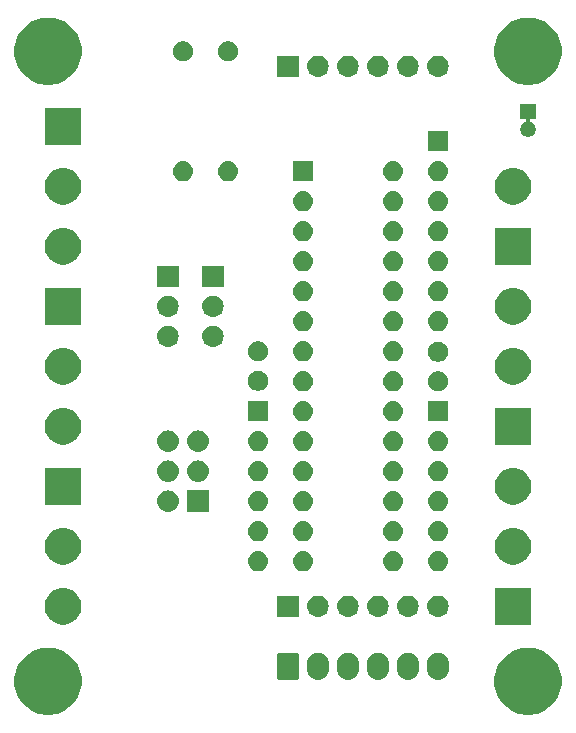
<source format=gbs>
G04 #@! TF.GenerationSoftware,KiCad,Pcbnew,(5.0.2)-1*
G04 #@! TF.CreationDate,2019-01-02T23:54:01+01:00*
G04 #@! TF.ProjectId,ArduinoS88,41726475-696e-46f5-9338-382e6b696361,rev?*
G04 #@! TF.SameCoordinates,Original*
G04 #@! TF.FileFunction,Soldermask,Bot*
G04 #@! TF.FilePolarity,Negative*
%FSLAX46Y46*%
G04 Gerber Fmt 4.6, Leading zero omitted, Abs format (unit mm)*
G04 Created by KiCad (PCBNEW (5.0.2)-1) date 02.01.2019 23:54:01*
%MOMM*%
%LPD*%
G01*
G04 APERTURE LIST*
%ADD10C,0.100000*%
G04 APERTURE END LIST*
D10*
G36*
X114856202Y-79753781D02*
X115131606Y-79808562D01*
X115650455Y-80023476D01*
X115925668Y-80207368D01*
X116117410Y-80335486D01*
X116514514Y-80732590D01*
X116514516Y-80732593D01*
X116826524Y-81199545D01*
X117041438Y-81718394D01*
X117151000Y-82269201D01*
X117151000Y-82830799D01*
X117041438Y-83381606D01*
X116826524Y-83900455D01*
X116516620Y-84364259D01*
X116514514Y-84367410D01*
X116117410Y-84764514D01*
X116117407Y-84764516D01*
X115650455Y-85076524D01*
X115131606Y-85291438D01*
X114856202Y-85346219D01*
X114580800Y-85401000D01*
X114019200Y-85401000D01*
X113743798Y-85346219D01*
X113468394Y-85291438D01*
X112949545Y-85076524D01*
X112482593Y-84764516D01*
X112482590Y-84764514D01*
X112085486Y-84367410D01*
X112083380Y-84364259D01*
X111773476Y-83900455D01*
X111558562Y-83381606D01*
X111449000Y-82830799D01*
X111449000Y-82269201D01*
X111558562Y-81718394D01*
X111773476Y-81199545D01*
X112085484Y-80732593D01*
X112085486Y-80732590D01*
X112482590Y-80335486D01*
X112674332Y-80207368D01*
X112949545Y-80023476D01*
X113468394Y-79808562D01*
X113743798Y-79753781D01*
X114019200Y-79699000D01*
X114580800Y-79699000D01*
X114856202Y-79753781D01*
X114856202Y-79753781D01*
G37*
G36*
X74216202Y-79753781D02*
X74491606Y-79808562D01*
X75010455Y-80023476D01*
X75285668Y-80207368D01*
X75477410Y-80335486D01*
X75874514Y-80732590D01*
X75874516Y-80732593D01*
X76186524Y-81199545D01*
X76401438Y-81718394D01*
X76511000Y-82269201D01*
X76511000Y-82830799D01*
X76401438Y-83381606D01*
X76186524Y-83900455D01*
X75876620Y-84364259D01*
X75874514Y-84367410D01*
X75477410Y-84764514D01*
X75477407Y-84764516D01*
X75010455Y-85076524D01*
X74491606Y-85291438D01*
X74216202Y-85346219D01*
X73940800Y-85401000D01*
X73379200Y-85401000D01*
X73103798Y-85346219D01*
X72828394Y-85291438D01*
X72309545Y-85076524D01*
X71842593Y-84764516D01*
X71842590Y-84764514D01*
X71445486Y-84367410D01*
X71443380Y-84364259D01*
X71133476Y-83900455D01*
X70918562Y-83381606D01*
X70809000Y-82830799D01*
X70809000Y-82269201D01*
X70918562Y-81718394D01*
X71133476Y-81199545D01*
X71445484Y-80732593D01*
X71445486Y-80732590D01*
X71842590Y-80335486D01*
X72034332Y-80207368D01*
X72309545Y-80023476D01*
X72828394Y-79808562D01*
X73103798Y-79753781D01*
X73379200Y-79699000D01*
X73940800Y-79699000D01*
X74216202Y-79753781D01*
X74216202Y-79753781D01*
G37*
G36*
X104320547Y-80142326D02*
X104436286Y-80177435D01*
X104494157Y-80194990D01*
X104515718Y-80206515D01*
X104654155Y-80280511D01*
X104794396Y-80395604D01*
X104909489Y-80535844D01*
X104949298Y-80610321D01*
X104995010Y-80695842D01*
X105006157Y-80732590D01*
X105047674Y-80869452D01*
X105061000Y-81004756D01*
X105061000Y-81555243D01*
X105047674Y-81690548D01*
X104995010Y-81864157D01*
X104909489Y-82024156D01*
X104794396Y-82164396D01*
X104654156Y-82279489D01*
X104635314Y-82289560D01*
X104494158Y-82365010D01*
X104447551Y-82379148D01*
X104320548Y-82417674D01*
X104140000Y-82435456D01*
X103959453Y-82417674D01*
X103832450Y-82379148D01*
X103785843Y-82365010D01*
X103644687Y-82289560D01*
X103625845Y-82279489D01*
X103485605Y-82164396D01*
X103370512Y-82024156D01*
X103330703Y-81949680D01*
X103284990Y-81864158D01*
X103267435Y-81806287D01*
X103232326Y-81690548D01*
X103219000Y-81555244D01*
X103219000Y-81004757D01*
X103232326Y-80869453D01*
X103284990Y-80695844D01*
X103284990Y-80695843D01*
X103316183Y-80637486D01*
X103370511Y-80535845D01*
X103485604Y-80395604D01*
X103625844Y-80280511D01*
X103762685Y-80207368D01*
X103785842Y-80194990D01*
X103843713Y-80177435D01*
X103959452Y-80142326D01*
X104140000Y-80124544D01*
X104320547Y-80142326D01*
X104320547Y-80142326D01*
G37*
G36*
X101780547Y-80142326D02*
X101896286Y-80177435D01*
X101954157Y-80194990D01*
X101975718Y-80206515D01*
X102114155Y-80280511D01*
X102254396Y-80395604D01*
X102369489Y-80535844D01*
X102409298Y-80610321D01*
X102455010Y-80695842D01*
X102466157Y-80732590D01*
X102507674Y-80869452D01*
X102521000Y-81004756D01*
X102521000Y-81555243D01*
X102507674Y-81690548D01*
X102455010Y-81864157D01*
X102369489Y-82024156D01*
X102254396Y-82164396D01*
X102114156Y-82279489D01*
X102095314Y-82289560D01*
X101954158Y-82365010D01*
X101907551Y-82379148D01*
X101780548Y-82417674D01*
X101600000Y-82435456D01*
X101419453Y-82417674D01*
X101292450Y-82379148D01*
X101245843Y-82365010D01*
X101104687Y-82289560D01*
X101085845Y-82279489D01*
X100945605Y-82164396D01*
X100830512Y-82024156D01*
X100790703Y-81949680D01*
X100744990Y-81864158D01*
X100727435Y-81806287D01*
X100692326Y-81690548D01*
X100679000Y-81555244D01*
X100679000Y-81004757D01*
X100692326Y-80869453D01*
X100744990Y-80695844D01*
X100744990Y-80695843D01*
X100776183Y-80637486D01*
X100830511Y-80535845D01*
X100945604Y-80395604D01*
X101085844Y-80280511D01*
X101222685Y-80207368D01*
X101245842Y-80194990D01*
X101303713Y-80177435D01*
X101419452Y-80142326D01*
X101600000Y-80124544D01*
X101780547Y-80142326D01*
X101780547Y-80142326D01*
G37*
G36*
X99240547Y-80142326D02*
X99356286Y-80177435D01*
X99414157Y-80194990D01*
X99435718Y-80206515D01*
X99574155Y-80280511D01*
X99714396Y-80395604D01*
X99829489Y-80535844D01*
X99869298Y-80610321D01*
X99915010Y-80695842D01*
X99926157Y-80732590D01*
X99967674Y-80869452D01*
X99981000Y-81004756D01*
X99981000Y-81555243D01*
X99967674Y-81690548D01*
X99915010Y-81864157D01*
X99829489Y-82024156D01*
X99714396Y-82164396D01*
X99574156Y-82279489D01*
X99555314Y-82289560D01*
X99414158Y-82365010D01*
X99367551Y-82379148D01*
X99240548Y-82417674D01*
X99060000Y-82435456D01*
X98879453Y-82417674D01*
X98752450Y-82379148D01*
X98705843Y-82365010D01*
X98564687Y-82289560D01*
X98545845Y-82279489D01*
X98405605Y-82164396D01*
X98290512Y-82024156D01*
X98250703Y-81949680D01*
X98204990Y-81864158D01*
X98187435Y-81806287D01*
X98152326Y-81690548D01*
X98139000Y-81555244D01*
X98139000Y-81004757D01*
X98152326Y-80869453D01*
X98204990Y-80695844D01*
X98204990Y-80695843D01*
X98236183Y-80637486D01*
X98290511Y-80535845D01*
X98405604Y-80395604D01*
X98545844Y-80280511D01*
X98682685Y-80207368D01*
X98705842Y-80194990D01*
X98763713Y-80177435D01*
X98879452Y-80142326D01*
X99060000Y-80124544D01*
X99240547Y-80142326D01*
X99240547Y-80142326D01*
G37*
G36*
X96700547Y-80142326D02*
X96816286Y-80177435D01*
X96874157Y-80194990D01*
X96895718Y-80206515D01*
X97034155Y-80280511D01*
X97174396Y-80395604D01*
X97289489Y-80535844D01*
X97329298Y-80610321D01*
X97375010Y-80695842D01*
X97386157Y-80732590D01*
X97427674Y-80869452D01*
X97441000Y-81004756D01*
X97441000Y-81555243D01*
X97427674Y-81690548D01*
X97375010Y-81864157D01*
X97289489Y-82024156D01*
X97174396Y-82164396D01*
X97034156Y-82279489D01*
X97015314Y-82289560D01*
X96874158Y-82365010D01*
X96827551Y-82379148D01*
X96700548Y-82417674D01*
X96520000Y-82435456D01*
X96339453Y-82417674D01*
X96212450Y-82379148D01*
X96165843Y-82365010D01*
X96024687Y-82289560D01*
X96005845Y-82279489D01*
X95865605Y-82164396D01*
X95750512Y-82024156D01*
X95710703Y-81949680D01*
X95664990Y-81864158D01*
X95647435Y-81806287D01*
X95612326Y-81690548D01*
X95599000Y-81555244D01*
X95599000Y-81004757D01*
X95612326Y-80869453D01*
X95664990Y-80695844D01*
X95664990Y-80695843D01*
X95696183Y-80637486D01*
X95750511Y-80535845D01*
X95865604Y-80395604D01*
X96005844Y-80280511D01*
X96142685Y-80207368D01*
X96165842Y-80194990D01*
X96223713Y-80177435D01*
X96339452Y-80142326D01*
X96520000Y-80124544D01*
X96700547Y-80142326D01*
X96700547Y-80142326D01*
G37*
G36*
X106860547Y-80142326D02*
X106976286Y-80177435D01*
X107034157Y-80194990D01*
X107055718Y-80206515D01*
X107194155Y-80280511D01*
X107334396Y-80395604D01*
X107449489Y-80535844D01*
X107489298Y-80610321D01*
X107535010Y-80695842D01*
X107546157Y-80732590D01*
X107587674Y-80869452D01*
X107601000Y-81004756D01*
X107601000Y-81555243D01*
X107587674Y-81690548D01*
X107535010Y-81864157D01*
X107449489Y-82024156D01*
X107334396Y-82164396D01*
X107194156Y-82279489D01*
X107175314Y-82289560D01*
X107034158Y-82365010D01*
X106987551Y-82379148D01*
X106860548Y-82417674D01*
X106680000Y-82435456D01*
X106499453Y-82417674D01*
X106372450Y-82379148D01*
X106325843Y-82365010D01*
X106184687Y-82289560D01*
X106165845Y-82279489D01*
X106025605Y-82164396D01*
X105910512Y-82024156D01*
X105870703Y-81949680D01*
X105824990Y-81864158D01*
X105807435Y-81806287D01*
X105772326Y-81690548D01*
X105759000Y-81555244D01*
X105759000Y-81004757D01*
X105772326Y-80869453D01*
X105824990Y-80695844D01*
X105824990Y-80695843D01*
X105856183Y-80637486D01*
X105910511Y-80535845D01*
X106025604Y-80395604D01*
X106165844Y-80280511D01*
X106302685Y-80207368D01*
X106325842Y-80194990D01*
X106383713Y-80177435D01*
X106499452Y-80142326D01*
X106680000Y-80124544D01*
X106860547Y-80142326D01*
X106860547Y-80142326D01*
G37*
G36*
X94759560Y-80132966D02*
X94792383Y-80142923D01*
X94822632Y-80159092D01*
X94849148Y-80180852D01*
X94870908Y-80207368D01*
X94887077Y-80237617D01*
X94897034Y-80270440D01*
X94901000Y-80310712D01*
X94901000Y-82249288D01*
X94897034Y-82289560D01*
X94887077Y-82322383D01*
X94870908Y-82352632D01*
X94849148Y-82379148D01*
X94822632Y-82400908D01*
X94792383Y-82417077D01*
X94759560Y-82427034D01*
X94719288Y-82431000D01*
X93240712Y-82431000D01*
X93200440Y-82427034D01*
X93167617Y-82417077D01*
X93137368Y-82400908D01*
X93110852Y-82379148D01*
X93089092Y-82352632D01*
X93072923Y-82322383D01*
X93062966Y-82289560D01*
X93059000Y-82249288D01*
X93059000Y-80310712D01*
X93062966Y-80270440D01*
X93072923Y-80237617D01*
X93089092Y-80207368D01*
X93110852Y-80180852D01*
X93137368Y-80159092D01*
X93167617Y-80142923D01*
X93200440Y-80132966D01*
X93240712Y-80129000D01*
X94719288Y-80129000D01*
X94759560Y-80132966D01*
X94759560Y-80132966D01*
G37*
G36*
X75282527Y-74688736D02*
X75382410Y-74708604D01*
X75664674Y-74825521D01*
X75918705Y-74995259D01*
X76134741Y-75211295D01*
X76304479Y-75465326D01*
X76421396Y-75747590D01*
X76481000Y-76047240D01*
X76481000Y-76352760D01*
X76421396Y-76652410D01*
X76304479Y-76934674D01*
X76134741Y-77188705D01*
X75918705Y-77404741D01*
X75664674Y-77574479D01*
X75382410Y-77691396D01*
X75282527Y-77711264D01*
X75082762Y-77751000D01*
X74777238Y-77751000D01*
X74577473Y-77711264D01*
X74477590Y-77691396D01*
X74195326Y-77574479D01*
X73941295Y-77404741D01*
X73725259Y-77188705D01*
X73555521Y-76934674D01*
X73438604Y-76652410D01*
X73379000Y-76352760D01*
X73379000Y-76047240D01*
X73438604Y-75747590D01*
X73555521Y-75465326D01*
X73725259Y-75211295D01*
X73941295Y-74995259D01*
X74195326Y-74825521D01*
X74477590Y-74708604D01*
X74577473Y-74688736D01*
X74777238Y-74649000D01*
X75082762Y-74649000D01*
X75282527Y-74688736D01*
X75282527Y-74688736D01*
G37*
G36*
X114581000Y-77751000D02*
X111479000Y-77751000D01*
X111479000Y-74649000D01*
X114581000Y-74649000D01*
X114581000Y-77751000D01*
X114581000Y-77751000D01*
G37*
G36*
X106790442Y-75305518D02*
X106856627Y-75312037D01*
X106969853Y-75346384D01*
X107026467Y-75363557D01*
X107165087Y-75437652D01*
X107182991Y-75447222D01*
X107205053Y-75465328D01*
X107320186Y-75559814D01*
X107403448Y-75661271D01*
X107432778Y-75697009D01*
X107432779Y-75697011D01*
X107516443Y-75853533D01*
X107516443Y-75853534D01*
X107567963Y-76023373D01*
X107585359Y-76200000D01*
X107567963Y-76376627D01*
X107533616Y-76489853D01*
X107516443Y-76546467D01*
X107459815Y-76652409D01*
X107432778Y-76702991D01*
X107403448Y-76738729D01*
X107320186Y-76840186D01*
X107218729Y-76923448D01*
X107182991Y-76952778D01*
X107182989Y-76952779D01*
X107026467Y-77036443D01*
X106969853Y-77053616D01*
X106856627Y-77087963D01*
X106790442Y-77094482D01*
X106724260Y-77101000D01*
X106635740Y-77101000D01*
X106569558Y-77094482D01*
X106503373Y-77087963D01*
X106390147Y-77053616D01*
X106333533Y-77036443D01*
X106177011Y-76952779D01*
X106177009Y-76952778D01*
X106141271Y-76923448D01*
X106039814Y-76840186D01*
X105956552Y-76738729D01*
X105927222Y-76702991D01*
X105900185Y-76652409D01*
X105843557Y-76546467D01*
X105826384Y-76489853D01*
X105792037Y-76376627D01*
X105774641Y-76200000D01*
X105792037Y-76023373D01*
X105843557Y-75853534D01*
X105843557Y-75853533D01*
X105927221Y-75697011D01*
X105927222Y-75697009D01*
X105956552Y-75661271D01*
X106039814Y-75559814D01*
X106154947Y-75465328D01*
X106177009Y-75447222D01*
X106194913Y-75437652D01*
X106333533Y-75363557D01*
X106390147Y-75346384D01*
X106503373Y-75312037D01*
X106569558Y-75305518D01*
X106635740Y-75299000D01*
X106724260Y-75299000D01*
X106790442Y-75305518D01*
X106790442Y-75305518D01*
G37*
G36*
X94881000Y-77101000D02*
X93079000Y-77101000D01*
X93079000Y-75299000D01*
X94881000Y-75299000D01*
X94881000Y-77101000D01*
X94881000Y-77101000D01*
G37*
G36*
X96630442Y-75305518D02*
X96696627Y-75312037D01*
X96809853Y-75346384D01*
X96866467Y-75363557D01*
X97005087Y-75437652D01*
X97022991Y-75447222D01*
X97045053Y-75465328D01*
X97160186Y-75559814D01*
X97243448Y-75661271D01*
X97272778Y-75697009D01*
X97272779Y-75697011D01*
X97356443Y-75853533D01*
X97356443Y-75853534D01*
X97407963Y-76023373D01*
X97425359Y-76200000D01*
X97407963Y-76376627D01*
X97373616Y-76489853D01*
X97356443Y-76546467D01*
X97299815Y-76652409D01*
X97272778Y-76702991D01*
X97243448Y-76738729D01*
X97160186Y-76840186D01*
X97058729Y-76923448D01*
X97022991Y-76952778D01*
X97022989Y-76952779D01*
X96866467Y-77036443D01*
X96809853Y-77053616D01*
X96696627Y-77087963D01*
X96630442Y-77094482D01*
X96564260Y-77101000D01*
X96475740Y-77101000D01*
X96409558Y-77094482D01*
X96343373Y-77087963D01*
X96230147Y-77053616D01*
X96173533Y-77036443D01*
X96017011Y-76952779D01*
X96017009Y-76952778D01*
X95981271Y-76923448D01*
X95879814Y-76840186D01*
X95796552Y-76738729D01*
X95767222Y-76702991D01*
X95740185Y-76652409D01*
X95683557Y-76546467D01*
X95666384Y-76489853D01*
X95632037Y-76376627D01*
X95614641Y-76200000D01*
X95632037Y-76023373D01*
X95683557Y-75853534D01*
X95683557Y-75853533D01*
X95767221Y-75697011D01*
X95767222Y-75697009D01*
X95796552Y-75661271D01*
X95879814Y-75559814D01*
X95994947Y-75465328D01*
X96017009Y-75447222D01*
X96034913Y-75437652D01*
X96173533Y-75363557D01*
X96230147Y-75346384D01*
X96343373Y-75312037D01*
X96409558Y-75305518D01*
X96475740Y-75299000D01*
X96564260Y-75299000D01*
X96630442Y-75305518D01*
X96630442Y-75305518D01*
G37*
G36*
X99170442Y-75305518D02*
X99236627Y-75312037D01*
X99349853Y-75346384D01*
X99406467Y-75363557D01*
X99545087Y-75437652D01*
X99562991Y-75447222D01*
X99585053Y-75465328D01*
X99700186Y-75559814D01*
X99783448Y-75661271D01*
X99812778Y-75697009D01*
X99812779Y-75697011D01*
X99896443Y-75853533D01*
X99896443Y-75853534D01*
X99947963Y-76023373D01*
X99965359Y-76200000D01*
X99947963Y-76376627D01*
X99913616Y-76489853D01*
X99896443Y-76546467D01*
X99839815Y-76652409D01*
X99812778Y-76702991D01*
X99783448Y-76738729D01*
X99700186Y-76840186D01*
X99598729Y-76923448D01*
X99562991Y-76952778D01*
X99562989Y-76952779D01*
X99406467Y-77036443D01*
X99349853Y-77053616D01*
X99236627Y-77087963D01*
X99170442Y-77094482D01*
X99104260Y-77101000D01*
X99015740Y-77101000D01*
X98949558Y-77094482D01*
X98883373Y-77087963D01*
X98770147Y-77053616D01*
X98713533Y-77036443D01*
X98557011Y-76952779D01*
X98557009Y-76952778D01*
X98521271Y-76923448D01*
X98419814Y-76840186D01*
X98336552Y-76738729D01*
X98307222Y-76702991D01*
X98280185Y-76652409D01*
X98223557Y-76546467D01*
X98206384Y-76489853D01*
X98172037Y-76376627D01*
X98154641Y-76200000D01*
X98172037Y-76023373D01*
X98223557Y-75853534D01*
X98223557Y-75853533D01*
X98307221Y-75697011D01*
X98307222Y-75697009D01*
X98336552Y-75661271D01*
X98419814Y-75559814D01*
X98534947Y-75465328D01*
X98557009Y-75447222D01*
X98574913Y-75437652D01*
X98713533Y-75363557D01*
X98770147Y-75346384D01*
X98883373Y-75312037D01*
X98949558Y-75305518D01*
X99015740Y-75299000D01*
X99104260Y-75299000D01*
X99170442Y-75305518D01*
X99170442Y-75305518D01*
G37*
G36*
X101710442Y-75305518D02*
X101776627Y-75312037D01*
X101889853Y-75346384D01*
X101946467Y-75363557D01*
X102085087Y-75437652D01*
X102102991Y-75447222D01*
X102125053Y-75465328D01*
X102240186Y-75559814D01*
X102323448Y-75661271D01*
X102352778Y-75697009D01*
X102352779Y-75697011D01*
X102436443Y-75853533D01*
X102436443Y-75853534D01*
X102487963Y-76023373D01*
X102505359Y-76200000D01*
X102487963Y-76376627D01*
X102453616Y-76489853D01*
X102436443Y-76546467D01*
X102379815Y-76652409D01*
X102352778Y-76702991D01*
X102323448Y-76738729D01*
X102240186Y-76840186D01*
X102138729Y-76923448D01*
X102102991Y-76952778D01*
X102102989Y-76952779D01*
X101946467Y-77036443D01*
X101889853Y-77053616D01*
X101776627Y-77087963D01*
X101710442Y-77094482D01*
X101644260Y-77101000D01*
X101555740Y-77101000D01*
X101489558Y-77094482D01*
X101423373Y-77087963D01*
X101310147Y-77053616D01*
X101253533Y-77036443D01*
X101097011Y-76952779D01*
X101097009Y-76952778D01*
X101061271Y-76923448D01*
X100959814Y-76840186D01*
X100876552Y-76738729D01*
X100847222Y-76702991D01*
X100820185Y-76652409D01*
X100763557Y-76546467D01*
X100746384Y-76489853D01*
X100712037Y-76376627D01*
X100694641Y-76200000D01*
X100712037Y-76023373D01*
X100763557Y-75853534D01*
X100763557Y-75853533D01*
X100847221Y-75697011D01*
X100847222Y-75697009D01*
X100876552Y-75661271D01*
X100959814Y-75559814D01*
X101074947Y-75465328D01*
X101097009Y-75447222D01*
X101114913Y-75437652D01*
X101253533Y-75363557D01*
X101310147Y-75346384D01*
X101423373Y-75312037D01*
X101489558Y-75305518D01*
X101555740Y-75299000D01*
X101644260Y-75299000D01*
X101710442Y-75305518D01*
X101710442Y-75305518D01*
G37*
G36*
X104250442Y-75305518D02*
X104316627Y-75312037D01*
X104429853Y-75346384D01*
X104486467Y-75363557D01*
X104625087Y-75437652D01*
X104642991Y-75447222D01*
X104665053Y-75465328D01*
X104780186Y-75559814D01*
X104863448Y-75661271D01*
X104892778Y-75697009D01*
X104892779Y-75697011D01*
X104976443Y-75853533D01*
X104976443Y-75853534D01*
X105027963Y-76023373D01*
X105045359Y-76200000D01*
X105027963Y-76376627D01*
X104993616Y-76489853D01*
X104976443Y-76546467D01*
X104919815Y-76652409D01*
X104892778Y-76702991D01*
X104863448Y-76738729D01*
X104780186Y-76840186D01*
X104678729Y-76923448D01*
X104642991Y-76952778D01*
X104642989Y-76952779D01*
X104486467Y-77036443D01*
X104429853Y-77053616D01*
X104316627Y-77087963D01*
X104250442Y-77094482D01*
X104184260Y-77101000D01*
X104095740Y-77101000D01*
X104029558Y-77094482D01*
X103963373Y-77087963D01*
X103850147Y-77053616D01*
X103793533Y-77036443D01*
X103637011Y-76952779D01*
X103637009Y-76952778D01*
X103601271Y-76923448D01*
X103499814Y-76840186D01*
X103416552Y-76738729D01*
X103387222Y-76702991D01*
X103360185Y-76652409D01*
X103303557Y-76546467D01*
X103286384Y-76489853D01*
X103252037Y-76376627D01*
X103234641Y-76200000D01*
X103252037Y-76023373D01*
X103303557Y-75853534D01*
X103303557Y-75853533D01*
X103387221Y-75697011D01*
X103387222Y-75697009D01*
X103416552Y-75661271D01*
X103499814Y-75559814D01*
X103614947Y-75465328D01*
X103637009Y-75447222D01*
X103654913Y-75437652D01*
X103793533Y-75363557D01*
X103850147Y-75346384D01*
X103963373Y-75312037D01*
X104029558Y-75305518D01*
X104095740Y-75299000D01*
X104184260Y-75299000D01*
X104250442Y-75305518D01*
X104250442Y-75305518D01*
G37*
G36*
X91606821Y-71551313D02*
X91606824Y-71551314D01*
X91606825Y-71551314D01*
X91767239Y-71599975D01*
X91767241Y-71599976D01*
X91767244Y-71599977D01*
X91915078Y-71678995D01*
X92044659Y-71785341D01*
X92151005Y-71914922D01*
X92230023Y-72062756D01*
X92230024Y-72062759D01*
X92230025Y-72062761D01*
X92278686Y-72223175D01*
X92278687Y-72223179D01*
X92295117Y-72390000D01*
X92278687Y-72556821D01*
X92230023Y-72717244D01*
X92151005Y-72865078D01*
X92044659Y-72994659D01*
X91915078Y-73101005D01*
X91767244Y-73180023D01*
X91767241Y-73180024D01*
X91767239Y-73180025D01*
X91606825Y-73228686D01*
X91606824Y-73228686D01*
X91606821Y-73228687D01*
X91481804Y-73241000D01*
X91398196Y-73241000D01*
X91273179Y-73228687D01*
X91273176Y-73228686D01*
X91273175Y-73228686D01*
X91112761Y-73180025D01*
X91112759Y-73180024D01*
X91112756Y-73180023D01*
X90964922Y-73101005D01*
X90835341Y-72994659D01*
X90728995Y-72865078D01*
X90649977Y-72717244D01*
X90601313Y-72556821D01*
X90584883Y-72390000D01*
X90601313Y-72223179D01*
X90601314Y-72223175D01*
X90649975Y-72062761D01*
X90649976Y-72062759D01*
X90649977Y-72062756D01*
X90728995Y-71914922D01*
X90835341Y-71785341D01*
X90964922Y-71678995D01*
X91112756Y-71599977D01*
X91112759Y-71599976D01*
X91112761Y-71599975D01*
X91273175Y-71551314D01*
X91273176Y-71551314D01*
X91273179Y-71551313D01*
X91398196Y-71539000D01*
X91481804Y-71539000D01*
X91606821Y-71551313D01*
X91606821Y-71551313D01*
G37*
G36*
X106846821Y-71551313D02*
X106846824Y-71551314D01*
X106846825Y-71551314D01*
X107007239Y-71599975D01*
X107007241Y-71599976D01*
X107007244Y-71599977D01*
X107155078Y-71678995D01*
X107284659Y-71785341D01*
X107391005Y-71914922D01*
X107470023Y-72062756D01*
X107470024Y-72062759D01*
X107470025Y-72062761D01*
X107518686Y-72223175D01*
X107518687Y-72223179D01*
X107535117Y-72390000D01*
X107518687Y-72556821D01*
X107470023Y-72717244D01*
X107391005Y-72865078D01*
X107284659Y-72994659D01*
X107155078Y-73101005D01*
X107007244Y-73180023D01*
X107007241Y-73180024D01*
X107007239Y-73180025D01*
X106846825Y-73228686D01*
X106846824Y-73228686D01*
X106846821Y-73228687D01*
X106721804Y-73241000D01*
X106638196Y-73241000D01*
X106513179Y-73228687D01*
X106513176Y-73228686D01*
X106513175Y-73228686D01*
X106352761Y-73180025D01*
X106352759Y-73180024D01*
X106352756Y-73180023D01*
X106204922Y-73101005D01*
X106075341Y-72994659D01*
X105968995Y-72865078D01*
X105889977Y-72717244D01*
X105841313Y-72556821D01*
X105824883Y-72390000D01*
X105841313Y-72223179D01*
X105841314Y-72223175D01*
X105889975Y-72062761D01*
X105889976Y-72062759D01*
X105889977Y-72062756D01*
X105968995Y-71914922D01*
X106075341Y-71785341D01*
X106204922Y-71678995D01*
X106352756Y-71599977D01*
X106352759Y-71599976D01*
X106352761Y-71599975D01*
X106513175Y-71551314D01*
X106513176Y-71551314D01*
X106513179Y-71551313D01*
X106638196Y-71539000D01*
X106721804Y-71539000D01*
X106846821Y-71551313D01*
X106846821Y-71551313D01*
G37*
G36*
X95416821Y-71551313D02*
X95416824Y-71551314D01*
X95416825Y-71551314D01*
X95577239Y-71599975D01*
X95577241Y-71599976D01*
X95577244Y-71599977D01*
X95725078Y-71678995D01*
X95854659Y-71785341D01*
X95961005Y-71914922D01*
X96040023Y-72062756D01*
X96040024Y-72062759D01*
X96040025Y-72062761D01*
X96088686Y-72223175D01*
X96088687Y-72223179D01*
X96105117Y-72390000D01*
X96088687Y-72556821D01*
X96040023Y-72717244D01*
X95961005Y-72865078D01*
X95854659Y-72994659D01*
X95725078Y-73101005D01*
X95577244Y-73180023D01*
X95577241Y-73180024D01*
X95577239Y-73180025D01*
X95416825Y-73228686D01*
X95416824Y-73228686D01*
X95416821Y-73228687D01*
X95291804Y-73241000D01*
X95208196Y-73241000D01*
X95083179Y-73228687D01*
X95083176Y-73228686D01*
X95083175Y-73228686D01*
X94922761Y-73180025D01*
X94922759Y-73180024D01*
X94922756Y-73180023D01*
X94774922Y-73101005D01*
X94645341Y-72994659D01*
X94538995Y-72865078D01*
X94459977Y-72717244D01*
X94411313Y-72556821D01*
X94394883Y-72390000D01*
X94411313Y-72223179D01*
X94411314Y-72223175D01*
X94459975Y-72062761D01*
X94459976Y-72062759D01*
X94459977Y-72062756D01*
X94538995Y-71914922D01*
X94645341Y-71785341D01*
X94774922Y-71678995D01*
X94922756Y-71599977D01*
X94922759Y-71599976D01*
X94922761Y-71599975D01*
X95083175Y-71551314D01*
X95083176Y-71551314D01*
X95083179Y-71551313D01*
X95208196Y-71539000D01*
X95291804Y-71539000D01*
X95416821Y-71551313D01*
X95416821Y-71551313D01*
G37*
G36*
X103036821Y-71551313D02*
X103036824Y-71551314D01*
X103036825Y-71551314D01*
X103197239Y-71599975D01*
X103197241Y-71599976D01*
X103197244Y-71599977D01*
X103345078Y-71678995D01*
X103474659Y-71785341D01*
X103581005Y-71914922D01*
X103660023Y-72062756D01*
X103660024Y-72062759D01*
X103660025Y-72062761D01*
X103708686Y-72223175D01*
X103708687Y-72223179D01*
X103725117Y-72390000D01*
X103708687Y-72556821D01*
X103660023Y-72717244D01*
X103581005Y-72865078D01*
X103474659Y-72994659D01*
X103345078Y-73101005D01*
X103197244Y-73180023D01*
X103197241Y-73180024D01*
X103197239Y-73180025D01*
X103036825Y-73228686D01*
X103036824Y-73228686D01*
X103036821Y-73228687D01*
X102911804Y-73241000D01*
X102828196Y-73241000D01*
X102703179Y-73228687D01*
X102703176Y-73228686D01*
X102703175Y-73228686D01*
X102542761Y-73180025D01*
X102542759Y-73180024D01*
X102542756Y-73180023D01*
X102394922Y-73101005D01*
X102265341Y-72994659D01*
X102158995Y-72865078D01*
X102079977Y-72717244D01*
X102031313Y-72556821D01*
X102014883Y-72390000D01*
X102031313Y-72223179D01*
X102031314Y-72223175D01*
X102079975Y-72062761D01*
X102079976Y-72062759D01*
X102079977Y-72062756D01*
X102158995Y-71914922D01*
X102265341Y-71785341D01*
X102394922Y-71678995D01*
X102542756Y-71599977D01*
X102542759Y-71599976D01*
X102542761Y-71599975D01*
X102703175Y-71551314D01*
X102703176Y-71551314D01*
X102703179Y-71551313D01*
X102828196Y-71539000D01*
X102911804Y-71539000D01*
X103036821Y-71551313D01*
X103036821Y-71551313D01*
G37*
G36*
X113382527Y-69608736D02*
X113482410Y-69628604D01*
X113764674Y-69745521D01*
X114018705Y-69915259D01*
X114234741Y-70131295D01*
X114404479Y-70385326D01*
X114521396Y-70667590D01*
X114581000Y-70967240D01*
X114581000Y-71272760D01*
X114521396Y-71572410D01*
X114404479Y-71854674D01*
X114234741Y-72108705D01*
X114018705Y-72324741D01*
X113764674Y-72494479D01*
X113482410Y-72611396D01*
X113382527Y-72631264D01*
X113182762Y-72671000D01*
X112877238Y-72671000D01*
X112677473Y-72631264D01*
X112577590Y-72611396D01*
X112295326Y-72494479D01*
X112041295Y-72324741D01*
X111825259Y-72108705D01*
X111655521Y-71854674D01*
X111538604Y-71572410D01*
X111479000Y-71272760D01*
X111479000Y-70967240D01*
X111538604Y-70667590D01*
X111655521Y-70385326D01*
X111825259Y-70131295D01*
X112041295Y-69915259D01*
X112295326Y-69745521D01*
X112577590Y-69628604D01*
X112677473Y-69608736D01*
X112877238Y-69569000D01*
X113182762Y-69569000D01*
X113382527Y-69608736D01*
X113382527Y-69608736D01*
G37*
G36*
X75282527Y-69608736D02*
X75382410Y-69628604D01*
X75664674Y-69745521D01*
X75918705Y-69915259D01*
X76134741Y-70131295D01*
X76304479Y-70385326D01*
X76421396Y-70667590D01*
X76481000Y-70967240D01*
X76481000Y-71272760D01*
X76421396Y-71572410D01*
X76304479Y-71854674D01*
X76134741Y-72108705D01*
X75918705Y-72324741D01*
X75664674Y-72494479D01*
X75382410Y-72611396D01*
X75282527Y-72631264D01*
X75082762Y-72671000D01*
X74777238Y-72671000D01*
X74577473Y-72631264D01*
X74477590Y-72611396D01*
X74195326Y-72494479D01*
X73941295Y-72324741D01*
X73725259Y-72108705D01*
X73555521Y-71854674D01*
X73438604Y-71572410D01*
X73379000Y-71272760D01*
X73379000Y-70967240D01*
X73438604Y-70667590D01*
X73555521Y-70385326D01*
X73725259Y-70131295D01*
X73941295Y-69915259D01*
X74195326Y-69745521D01*
X74477590Y-69628604D01*
X74577473Y-69608736D01*
X74777238Y-69569000D01*
X75082762Y-69569000D01*
X75282527Y-69608736D01*
X75282527Y-69608736D01*
G37*
G36*
X95416821Y-69011313D02*
X95416824Y-69011314D01*
X95416825Y-69011314D01*
X95577239Y-69059975D01*
X95577241Y-69059976D01*
X95577244Y-69059977D01*
X95725078Y-69138995D01*
X95854659Y-69245341D01*
X95961005Y-69374922D01*
X96040023Y-69522756D01*
X96088687Y-69683179D01*
X96105117Y-69850000D01*
X96088687Y-70016821D01*
X96088686Y-70016824D01*
X96088686Y-70016825D01*
X96053963Y-70131293D01*
X96040023Y-70177244D01*
X95961005Y-70325078D01*
X95854659Y-70454659D01*
X95725078Y-70561005D01*
X95577244Y-70640023D01*
X95577241Y-70640024D01*
X95577239Y-70640025D01*
X95416825Y-70688686D01*
X95416824Y-70688686D01*
X95416821Y-70688687D01*
X95291804Y-70701000D01*
X95208196Y-70701000D01*
X95083179Y-70688687D01*
X95083176Y-70688686D01*
X95083175Y-70688686D01*
X94922761Y-70640025D01*
X94922759Y-70640024D01*
X94922756Y-70640023D01*
X94774922Y-70561005D01*
X94645341Y-70454659D01*
X94538995Y-70325078D01*
X94459977Y-70177244D01*
X94446038Y-70131293D01*
X94411314Y-70016825D01*
X94411314Y-70016824D01*
X94411313Y-70016821D01*
X94394883Y-69850000D01*
X94411313Y-69683179D01*
X94459977Y-69522756D01*
X94538995Y-69374922D01*
X94645341Y-69245341D01*
X94774922Y-69138995D01*
X94922756Y-69059977D01*
X94922759Y-69059976D01*
X94922761Y-69059975D01*
X95083175Y-69011314D01*
X95083176Y-69011314D01*
X95083179Y-69011313D01*
X95208196Y-68999000D01*
X95291804Y-68999000D01*
X95416821Y-69011313D01*
X95416821Y-69011313D01*
G37*
G36*
X103036821Y-69011313D02*
X103036824Y-69011314D01*
X103036825Y-69011314D01*
X103197239Y-69059975D01*
X103197241Y-69059976D01*
X103197244Y-69059977D01*
X103345078Y-69138995D01*
X103474659Y-69245341D01*
X103581005Y-69374922D01*
X103660023Y-69522756D01*
X103708687Y-69683179D01*
X103725117Y-69850000D01*
X103708687Y-70016821D01*
X103708686Y-70016824D01*
X103708686Y-70016825D01*
X103673963Y-70131293D01*
X103660023Y-70177244D01*
X103581005Y-70325078D01*
X103474659Y-70454659D01*
X103345078Y-70561005D01*
X103197244Y-70640023D01*
X103197241Y-70640024D01*
X103197239Y-70640025D01*
X103036825Y-70688686D01*
X103036824Y-70688686D01*
X103036821Y-70688687D01*
X102911804Y-70701000D01*
X102828196Y-70701000D01*
X102703179Y-70688687D01*
X102703176Y-70688686D01*
X102703175Y-70688686D01*
X102542761Y-70640025D01*
X102542759Y-70640024D01*
X102542756Y-70640023D01*
X102394922Y-70561005D01*
X102265341Y-70454659D01*
X102158995Y-70325078D01*
X102079977Y-70177244D01*
X102066038Y-70131293D01*
X102031314Y-70016825D01*
X102031314Y-70016824D01*
X102031313Y-70016821D01*
X102014883Y-69850000D01*
X102031313Y-69683179D01*
X102079977Y-69522756D01*
X102158995Y-69374922D01*
X102265341Y-69245341D01*
X102394922Y-69138995D01*
X102542756Y-69059977D01*
X102542759Y-69059976D01*
X102542761Y-69059975D01*
X102703175Y-69011314D01*
X102703176Y-69011314D01*
X102703179Y-69011313D01*
X102828196Y-68999000D01*
X102911804Y-68999000D01*
X103036821Y-69011313D01*
X103036821Y-69011313D01*
G37*
G36*
X91606821Y-69011313D02*
X91606824Y-69011314D01*
X91606825Y-69011314D01*
X91767239Y-69059975D01*
X91767241Y-69059976D01*
X91767244Y-69059977D01*
X91915078Y-69138995D01*
X92044659Y-69245341D01*
X92151005Y-69374922D01*
X92230023Y-69522756D01*
X92278687Y-69683179D01*
X92295117Y-69850000D01*
X92278687Y-70016821D01*
X92278686Y-70016824D01*
X92278686Y-70016825D01*
X92243963Y-70131293D01*
X92230023Y-70177244D01*
X92151005Y-70325078D01*
X92044659Y-70454659D01*
X91915078Y-70561005D01*
X91767244Y-70640023D01*
X91767241Y-70640024D01*
X91767239Y-70640025D01*
X91606825Y-70688686D01*
X91606824Y-70688686D01*
X91606821Y-70688687D01*
X91481804Y-70701000D01*
X91398196Y-70701000D01*
X91273179Y-70688687D01*
X91273176Y-70688686D01*
X91273175Y-70688686D01*
X91112761Y-70640025D01*
X91112759Y-70640024D01*
X91112756Y-70640023D01*
X90964922Y-70561005D01*
X90835341Y-70454659D01*
X90728995Y-70325078D01*
X90649977Y-70177244D01*
X90636038Y-70131293D01*
X90601314Y-70016825D01*
X90601314Y-70016824D01*
X90601313Y-70016821D01*
X90584883Y-69850000D01*
X90601313Y-69683179D01*
X90649977Y-69522756D01*
X90728995Y-69374922D01*
X90835341Y-69245341D01*
X90964922Y-69138995D01*
X91112756Y-69059977D01*
X91112759Y-69059976D01*
X91112761Y-69059975D01*
X91273175Y-69011314D01*
X91273176Y-69011314D01*
X91273179Y-69011313D01*
X91398196Y-68999000D01*
X91481804Y-68999000D01*
X91606821Y-69011313D01*
X91606821Y-69011313D01*
G37*
G36*
X106846821Y-69011313D02*
X106846824Y-69011314D01*
X106846825Y-69011314D01*
X107007239Y-69059975D01*
X107007241Y-69059976D01*
X107007244Y-69059977D01*
X107155078Y-69138995D01*
X107284659Y-69245341D01*
X107391005Y-69374922D01*
X107470023Y-69522756D01*
X107518687Y-69683179D01*
X107535117Y-69850000D01*
X107518687Y-70016821D01*
X107518686Y-70016824D01*
X107518686Y-70016825D01*
X107483963Y-70131293D01*
X107470023Y-70177244D01*
X107391005Y-70325078D01*
X107284659Y-70454659D01*
X107155078Y-70561005D01*
X107007244Y-70640023D01*
X107007241Y-70640024D01*
X107007239Y-70640025D01*
X106846825Y-70688686D01*
X106846824Y-70688686D01*
X106846821Y-70688687D01*
X106721804Y-70701000D01*
X106638196Y-70701000D01*
X106513179Y-70688687D01*
X106513176Y-70688686D01*
X106513175Y-70688686D01*
X106352761Y-70640025D01*
X106352759Y-70640024D01*
X106352756Y-70640023D01*
X106204922Y-70561005D01*
X106075341Y-70454659D01*
X105968995Y-70325078D01*
X105889977Y-70177244D01*
X105876038Y-70131293D01*
X105841314Y-70016825D01*
X105841314Y-70016824D01*
X105841313Y-70016821D01*
X105824883Y-69850000D01*
X105841313Y-69683179D01*
X105889977Y-69522756D01*
X105968995Y-69374922D01*
X106075341Y-69245341D01*
X106204922Y-69138995D01*
X106352756Y-69059977D01*
X106352759Y-69059976D01*
X106352761Y-69059975D01*
X106513175Y-69011314D01*
X106513176Y-69011314D01*
X106513179Y-69011313D01*
X106638196Y-68999000D01*
X106721804Y-68999000D01*
X106846821Y-69011313D01*
X106846821Y-69011313D01*
G37*
G36*
X87274600Y-68224600D02*
X85445400Y-68224600D01*
X85445400Y-66395400D01*
X87274600Y-66395400D01*
X87274600Y-68224600D01*
X87274600Y-68224600D01*
G37*
G36*
X83999294Y-66408633D02*
X84171694Y-66460931D01*
X84171696Y-66460932D01*
X84330583Y-66545859D01*
X84469849Y-66660151D01*
X84584141Y-66799417D01*
X84669068Y-66958304D01*
X84669069Y-66958306D01*
X84721367Y-67130706D01*
X84739025Y-67310000D01*
X84721367Y-67489294D01*
X84669069Y-67661694D01*
X84669068Y-67661696D01*
X84584141Y-67820583D01*
X84469849Y-67959849D01*
X84330583Y-68074141D01*
X84191119Y-68148686D01*
X84171694Y-68159069D01*
X83999294Y-68211367D01*
X83864931Y-68224600D01*
X83775069Y-68224600D01*
X83640706Y-68211367D01*
X83468306Y-68159069D01*
X83448881Y-68148686D01*
X83309417Y-68074141D01*
X83170151Y-67959849D01*
X83055859Y-67820583D01*
X82970932Y-67661696D01*
X82970931Y-67661694D01*
X82918633Y-67489294D01*
X82900975Y-67310000D01*
X82918633Y-67130706D01*
X82970931Y-66958306D01*
X82970932Y-66958304D01*
X83055859Y-66799417D01*
X83170151Y-66660151D01*
X83309417Y-66545859D01*
X83468304Y-66460932D01*
X83468306Y-66460931D01*
X83640706Y-66408633D01*
X83775069Y-66395400D01*
X83864931Y-66395400D01*
X83999294Y-66408633D01*
X83999294Y-66408633D01*
G37*
G36*
X103036821Y-66471313D02*
X103036824Y-66471314D01*
X103036825Y-66471314D01*
X103197239Y-66519975D01*
X103197241Y-66519976D01*
X103197244Y-66519977D01*
X103345078Y-66598995D01*
X103474659Y-66705341D01*
X103581005Y-66834922D01*
X103660023Y-66982756D01*
X103660024Y-66982759D01*
X103660025Y-66982761D01*
X103704904Y-67130707D01*
X103708687Y-67143179D01*
X103725117Y-67310000D01*
X103708687Y-67476821D01*
X103708686Y-67476824D01*
X103708686Y-67476825D01*
X103704904Y-67489294D01*
X103660023Y-67637244D01*
X103581005Y-67785078D01*
X103474659Y-67914659D01*
X103345078Y-68021005D01*
X103197244Y-68100023D01*
X103197241Y-68100024D01*
X103197239Y-68100025D01*
X103036825Y-68148686D01*
X103036824Y-68148686D01*
X103036821Y-68148687D01*
X102911804Y-68161000D01*
X102828196Y-68161000D01*
X102703179Y-68148687D01*
X102703176Y-68148686D01*
X102703175Y-68148686D01*
X102542761Y-68100025D01*
X102542759Y-68100024D01*
X102542756Y-68100023D01*
X102394922Y-68021005D01*
X102265341Y-67914659D01*
X102158995Y-67785078D01*
X102079977Y-67637244D01*
X102035097Y-67489294D01*
X102031314Y-67476825D01*
X102031314Y-67476824D01*
X102031313Y-67476821D01*
X102014883Y-67310000D01*
X102031313Y-67143179D01*
X102035096Y-67130707D01*
X102079975Y-66982761D01*
X102079976Y-66982759D01*
X102079977Y-66982756D01*
X102158995Y-66834922D01*
X102265341Y-66705341D01*
X102394922Y-66598995D01*
X102542756Y-66519977D01*
X102542759Y-66519976D01*
X102542761Y-66519975D01*
X102703175Y-66471314D01*
X102703176Y-66471314D01*
X102703179Y-66471313D01*
X102828196Y-66459000D01*
X102911804Y-66459000D01*
X103036821Y-66471313D01*
X103036821Y-66471313D01*
G37*
G36*
X106846821Y-66471313D02*
X106846824Y-66471314D01*
X106846825Y-66471314D01*
X107007239Y-66519975D01*
X107007241Y-66519976D01*
X107007244Y-66519977D01*
X107155078Y-66598995D01*
X107284659Y-66705341D01*
X107391005Y-66834922D01*
X107470023Y-66982756D01*
X107470024Y-66982759D01*
X107470025Y-66982761D01*
X107514904Y-67130707D01*
X107518687Y-67143179D01*
X107535117Y-67310000D01*
X107518687Y-67476821D01*
X107518686Y-67476824D01*
X107518686Y-67476825D01*
X107514904Y-67489294D01*
X107470023Y-67637244D01*
X107391005Y-67785078D01*
X107284659Y-67914659D01*
X107155078Y-68021005D01*
X107007244Y-68100023D01*
X107007241Y-68100024D01*
X107007239Y-68100025D01*
X106846825Y-68148686D01*
X106846824Y-68148686D01*
X106846821Y-68148687D01*
X106721804Y-68161000D01*
X106638196Y-68161000D01*
X106513179Y-68148687D01*
X106513176Y-68148686D01*
X106513175Y-68148686D01*
X106352761Y-68100025D01*
X106352759Y-68100024D01*
X106352756Y-68100023D01*
X106204922Y-68021005D01*
X106075341Y-67914659D01*
X105968995Y-67785078D01*
X105889977Y-67637244D01*
X105845097Y-67489294D01*
X105841314Y-67476825D01*
X105841314Y-67476824D01*
X105841313Y-67476821D01*
X105824883Y-67310000D01*
X105841313Y-67143179D01*
X105845096Y-67130707D01*
X105889975Y-66982761D01*
X105889976Y-66982759D01*
X105889977Y-66982756D01*
X105968995Y-66834922D01*
X106075341Y-66705341D01*
X106204922Y-66598995D01*
X106352756Y-66519977D01*
X106352759Y-66519976D01*
X106352761Y-66519975D01*
X106513175Y-66471314D01*
X106513176Y-66471314D01*
X106513179Y-66471313D01*
X106638196Y-66459000D01*
X106721804Y-66459000D01*
X106846821Y-66471313D01*
X106846821Y-66471313D01*
G37*
G36*
X95416821Y-66471313D02*
X95416824Y-66471314D01*
X95416825Y-66471314D01*
X95577239Y-66519975D01*
X95577241Y-66519976D01*
X95577244Y-66519977D01*
X95725078Y-66598995D01*
X95854659Y-66705341D01*
X95961005Y-66834922D01*
X96040023Y-66982756D01*
X96040024Y-66982759D01*
X96040025Y-66982761D01*
X96084904Y-67130707D01*
X96088687Y-67143179D01*
X96105117Y-67310000D01*
X96088687Y-67476821D01*
X96088686Y-67476824D01*
X96088686Y-67476825D01*
X96084904Y-67489294D01*
X96040023Y-67637244D01*
X95961005Y-67785078D01*
X95854659Y-67914659D01*
X95725078Y-68021005D01*
X95577244Y-68100023D01*
X95577241Y-68100024D01*
X95577239Y-68100025D01*
X95416825Y-68148686D01*
X95416824Y-68148686D01*
X95416821Y-68148687D01*
X95291804Y-68161000D01*
X95208196Y-68161000D01*
X95083179Y-68148687D01*
X95083176Y-68148686D01*
X95083175Y-68148686D01*
X94922761Y-68100025D01*
X94922759Y-68100024D01*
X94922756Y-68100023D01*
X94774922Y-68021005D01*
X94645341Y-67914659D01*
X94538995Y-67785078D01*
X94459977Y-67637244D01*
X94415097Y-67489294D01*
X94411314Y-67476825D01*
X94411314Y-67476824D01*
X94411313Y-67476821D01*
X94394883Y-67310000D01*
X94411313Y-67143179D01*
X94415096Y-67130707D01*
X94459975Y-66982761D01*
X94459976Y-66982759D01*
X94459977Y-66982756D01*
X94538995Y-66834922D01*
X94645341Y-66705341D01*
X94774922Y-66598995D01*
X94922756Y-66519977D01*
X94922759Y-66519976D01*
X94922761Y-66519975D01*
X95083175Y-66471314D01*
X95083176Y-66471314D01*
X95083179Y-66471313D01*
X95208196Y-66459000D01*
X95291804Y-66459000D01*
X95416821Y-66471313D01*
X95416821Y-66471313D01*
G37*
G36*
X91606821Y-66471313D02*
X91606824Y-66471314D01*
X91606825Y-66471314D01*
X91767239Y-66519975D01*
X91767241Y-66519976D01*
X91767244Y-66519977D01*
X91915078Y-66598995D01*
X92044659Y-66705341D01*
X92151005Y-66834922D01*
X92230023Y-66982756D01*
X92230024Y-66982759D01*
X92230025Y-66982761D01*
X92274904Y-67130707D01*
X92278687Y-67143179D01*
X92295117Y-67310000D01*
X92278687Y-67476821D01*
X92278686Y-67476824D01*
X92278686Y-67476825D01*
X92274904Y-67489294D01*
X92230023Y-67637244D01*
X92151005Y-67785078D01*
X92044659Y-67914659D01*
X91915078Y-68021005D01*
X91767244Y-68100023D01*
X91767241Y-68100024D01*
X91767239Y-68100025D01*
X91606825Y-68148686D01*
X91606824Y-68148686D01*
X91606821Y-68148687D01*
X91481804Y-68161000D01*
X91398196Y-68161000D01*
X91273179Y-68148687D01*
X91273176Y-68148686D01*
X91273175Y-68148686D01*
X91112761Y-68100025D01*
X91112759Y-68100024D01*
X91112756Y-68100023D01*
X90964922Y-68021005D01*
X90835341Y-67914659D01*
X90728995Y-67785078D01*
X90649977Y-67637244D01*
X90605097Y-67489294D01*
X90601314Y-67476825D01*
X90601314Y-67476824D01*
X90601313Y-67476821D01*
X90584883Y-67310000D01*
X90601313Y-67143179D01*
X90605096Y-67130707D01*
X90649975Y-66982761D01*
X90649976Y-66982759D01*
X90649977Y-66982756D01*
X90728995Y-66834922D01*
X90835341Y-66705341D01*
X90964922Y-66598995D01*
X91112756Y-66519977D01*
X91112759Y-66519976D01*
X91112761Y-66519975D01*
X91273175Y-66471314D01*
X91273176Y-66471314D01*
X91273179Y-66471313D01*
X91398196Y-66459000D01*
X91481804Y-66459000D01*
X91606821Y-66471313D01*
X91606821Y-66471313D01*
G37*
G36*
X113382527Y-64528736D02*
X113482410Y-64548604D01*
X113764674Y-64665521D01*
X114018705Y-64835259D01*
X114234741Y-65051295D01*
X114404479Y-65305326D01*
X114521396Y-65587590D01*
X114581000Y-65887240D01*
X114581000Y-66192760D01*
X114521396Y-66492410D01*
X114404479Y-66774674D01*
X114234741Y-67028705D01*
X114018705Y-67244741D01*
X113764674Y-67414479D01*
X113482410Y-67531396D01*
X113382527Y-67551264D01*
X113182762Y-67591000D01*
X112877238Y-67591000D01*
X112677473Y-67551264D01*
X112577590Y-67531396D01*
X112295326Y-67414479D01*
X112041295Y-67244741D01*
X111825259Y-67028705D01*
X111655521Y-66774674D01*
X111538604Y-66492410D01*
X111479000Y-66192760D01*
X111479000Y-65887240D01*
X111538604Y-65587590D01*
X111655521Y-65305326D01*
X111825259Y-65051295D01*
X112041295Y-64835259D01*
X112295326Y-64665521D01*
X112577590Y-64548604D01*
X112677473Y-64528736D01*
X112877238Y-64489000D01*
X113182762Y-64489000D01*
X113382527Y-64528736D01*
X113382527Y-64528736D01*
G37*
G36*
X76481000Y-67591000D02*
X73379000Y-67591000D01*
X73379000Y-64489000D01*
X76481000Y-64489000D01*
X76481000Y-67591000D01*
X76481000Y-67591000D01*
G37*
G36*
X83999294Y-63868633D02*
X84171694Y-63920931D01*
X84171696Y-63920932D01*
X84330583Y-64005859D01*
X84469849Y-64120151D01*
X84584141Y-64259417D01*
X84669068Y-64418304D01*
X84669069Y-64418306D01*
X84721367Y-64590706D01*
X84739025Y-64770000D01*
X84721367Y-64949294D01*
X84669069Y-65121694D01*
X84669068Y-65121696D01*
X84584141Y-65280583D01*
X84469849Y-65419849D01*
X84330583Y-65534141D01*
X84230587Y-65587590D01*
X84171694Y-65619069D01*
X83999294Y-65671367D01*
X83864931Y-65684600D01*
X83775069Y-65684600D01*
X83640706Y-65671367D01*
X83468306Y-65619069D01*
X83409413Y-65587590D01*
X83309417Y-65534141D01*
X83170151Y-65419849D01*
X83055859Y-65280583D01*
X82970932Y-65121696D01*
X82970931Y-65121694D01*
X82918633Y-64949294D01*
X82900975Y-64770000D01*
X82918633Y-64590706D01*
X82970931Y-64418306D01*
X82970932Y-64418304D01*
X83055859Y-64259417D01*
X83170151Y-64120151D01*
X83309417Y-64005859D01*
X83468304Y-63920932D01*
X83468306Y-63920931D01*
X83640706Y-63868633D01*
X83775069Y-63855400D01*
X83864931Y-63855400D01*
X83999294Y-63868633D01*
X83999294Y-63868633D01*
G37*
G36*
X86539294Y-63868633D02*
X86711694Y-63920931D01*
X86711696Y-63920932D01*
X86870583Y-64005859D01*
X87009849Y-64120151D01*
X87124141Y-64259417D01*
X87209068Y-64418304D01*
X87209069Y-64418306D01*
X87261367Y-64590706D01*
X87279025Y-64770000D01*
X87261367Y-64949294D01*
X87209069Y-65121694D01*
X87209068Y-65121696D01*
X87124141Y-65280583D01*
X87009849Y-65419849D01*
X86870583Y-65534141D01*
X86770587Y-65587590D01*
X86711694Y-65619069D01*
X86539294Y-65671367D01*
X86404931Y-65684600D01*
X86315069Y-65684600D01*
X86180706Y-65671367D01*
X86008306Y-65619069D01*
X85949413Y-65587590D01*
X85849417Y-65534141D01*
X85710151Y-65419849D01*
X85595859Y-65280583D01*
X85510932Y-65121696D01*
X85510931Y-65121694D01*
X85458633Y-64949294D01*
X85440975Y-64770000D01*
X85458633Y-64590706D01*
X85510931Y-64418306D01*
X85510932Y-64418304D01*
X85595859Y-64259417D01*
X85710151Y-64120151D01*
X85849417Y-64005859D01*
X86008304Y-63920932D01*
X86008306Y-63920931D01*
X86180706Y-63868633D01*
X86315069Y-63855400D01*
X86404931Y-63855400D01*
X86539294Y-63868633D01*
X86539294Y-63868633D01*
G37*
G36*
X103036821Y-63931313D02*
X103036824Y-63931314D01*
X103036825Y-63931314D01*
X103197239Y-63979975D01*
X103197241Y-63979976D01*
X103197244Y-63979977D01*
X103345078Y-64058995D01*
X103474659Y-64165341D01*
X103581005Y-64294922D01*
X103660023Y-64442756D01*
X103660024Y-64442759D01*
X103660025Y-64442761D01*
X103704904Y-64590707D01*
X103708687Y-64603179D01*
X103725117Y-64770000D01*
X103708687Y-64936821D01*
X103708686Y-64936824D01*
X103708686Y-64936825D01*
X103673963Y-65051293D01*
X103660023Y-65097244D01*
X103581005Y-65245078D01*
X103474659Y-65374659D01*
X103345078Y-65481005D01*
X103197244Y-65560023D01*
X103197241Y-65560024D01*
X103197239Y-65560025D01*
X103036825Y-65608686D01*
X103036824Y-65608686D01*
X103036821Y-65608687D01*
X102911804Y-65621000D01*
X102828196Y-65621000D01*
X102703179Y-65608687D01*
X102703176Y-65608686D01*
X102703175Y-65608686D01*
X102542761Y-65560025D01*
X102542759Y-65560024D01*
X102542756Y-65560023D01*
X102394922Y-65481005D01*
X102265341Y-65374659D01*
X102158995Y-65245078D01*
X102079977Y-65097244D01*
X102066038Y-65051293D01*
X102031314Y-64936825D01*
X102031314Y-64936824D01*
X102031313Y-64936821D01*
X102014883Y-64770000D01*
X102031313Y-64603179D01*
X102035096Y-64590707D01*
X102079975Y-64442761D01*
X102079976Y-64442759D01*
X102079977Y-64442756D01*
X102158995Y-64294922D01*
X102265341Y-64165341D01*
X102394922Y-64058995D01*
X102542756Y-63979977D01*
X102542759Y-63979976D01*
X102542761Y-63979975D01*
X102703175Y-63931314D01*
X102703176Y-63931314D01*
X102703179Y-63931313D01*
X102828196Y-63919000D01*
X102911804Y-63919000D01*
X103036821Y-63931313D01*
X103036821Y-63931313D01*
G37*
G36*
X95416821Y-63931313D02*
X95416824Y-63931314D01*
X95416825Y-63931314D01*
X95577239Y-63979975D01*
X95577241Y-63979976D01*
X95577244Y-63979977D01*
X95725078Y-64058995D01*
X95854659Y-64165341D01*
X95961005Y-64294922D01*
X96040023Y-64442756D01*
X96040024Y-64442759D01*
X96040025Y-64442761D01*
X96084904Y-64590707D01*
X96088687Y-64603179D01*
X96105117Y-64770000D01*
X96088687Y-64936821D01*
X96088686Y-64936824D01*
X96088686Y-64936825D01*
X96053963Y-65051293D01*
X96040023Y-65097244D01*
X95961005Y-65245078D01*
X95854659Y-65374659D01*
X95725078Y-65481005D01*
X95577244Y-65560023D01*
X95577241Y-65560024D01*
X95577239Y-65560025D01*
X95416825Y-65608686D01*
X95416824Y-65608686D01*
X95416821Y-65608687D01*
X95291804Y-65621000D01*
X95208196Y-65621000D01*
X95083179Y-65608687D01*
X95083176Y-65608686D01*
X95083175Y-65608686D01*
X94922761Y-65560025D01*
X94922759Y-65560024D01*
X94922756Y-65560023D01*
X94774922Y-65481005D01*
X94645341Y-65374659D01*
X94538995Y-65245078D01*
X94459977Y-65097244D01*
X94446038Y-65051293D01*
X94411314Y-64936825D01*
X94411314Y-64936824D01*
X94411313Y-64936821D01*
X94394883Y-64770000D01*
X94411313Y-64603179D01*
X94415096Y-64590707D01*
X94459975Y-64442761D01*
X94459976Y-64442759D01*
X94459977Y-64442756D01*
X94538995Y-64294922D01*
X94645341Y-64165341D01*
X94774922Y-64058995D01*
X94922756Y-63979977D01*
X94922759Y-63979976D01*
X94922761Y-63979975D01*
X95083175Y-63931314D01*
X95083176Y-63931314D01*
X95083179Y-63931313D01*
X95208196Y-63919000D01*
X95291804Y-63919000D01*
X95416821Y-63931313D01*
X95416821Y-63931313D01*
G37*
G36*
X91606821Y-63931313D02*
X91606824Y-63931314D01*
X91606825Y-63931314D01*
X91767239Y-63979975D01*
X91767241Y-63979976D01*
X91767244Y-63979977D01*
X91915078Y-64058995D01*
X92044659Y-64165341D01*
X92151005Y-64294922D01*
X92230023Y-64442756D01*
X92230024Y-64442759D01*
X92230025Y-64442761D01*
X92274904Y-64590707D01*
X92278687Y-64603179D01*
X92295117Y-64770000D01*
X92278687Y-64936821D01*
X92278686Y-64936824D01*
X92278686Y-64936825D01*
X92243963Y-65051293D01*
X92230023Y-65097244D01*
X92151005Y-65245078D01*
X92044659Y-65374659D01*
X91915078Y-65481005D01*
X91767244Y-65560023D01*
X91767241Y-65560024D01*
X91767239Y-65560025D01*
X91606825Y-65608686D01*
X91606824Y-65608686D01*
X91606821Y-65608687D01*
X91481804Y-65621000D01*
X91398196Y-65621000D01*
X91273179Y-65608687D01*
X91273176Y-65608686D01*
X91273175Y-65608686D01*
X91112761Y-65560025D01*
X91112759Y-65560024D01*
X91112756Y-65560023D01*
X90964922Y-65481005D01*
X90835341Y-65374659D01*
X90728995Y-65245078D01*
X90649977Y-65097244D01*
X90636038Y-65051293D01*
X90601314Y-64936825D01*
X90601314Y-64936824D01*
X90601313Y-64936821D01*
X90584883Y-64770000D01*
X90601313Y-64603179D01*
X90605096Y-64590707D01*
X90649975Y-64442761D01*
X90649976Y-64442759D01*
X90649977Y-64442756D01*
X90728995Y-64294922D01*
X90835341Y-64165341D01*
X90964922Y-64058995D01*
X91112756Y-63979977D01*
X91112759Y-63979976D01*
X91112761Y-63979975D01*
X91273175Y-63931314D01*
X91273176Y-63931314D01*
X91273179Y-63931313D01*
X91398196Y-63919000D01*
X91481804Y-63919000D01*
X91606821Y-63931313D01*
X91606821Y-63931313D01*
G37*
G36*
X106846821Y-63931313D02*
X106846824Y-63931314D01*
X106846825Y-63931314D01*
X107007239Y-63979975D01*
X107007241Y-63979976D01*
X107007244Y-63979977D01*
X107155078Y-64058995D01*
X107284659Y-64165341D01*
X107391005Y-64294922D01*
X107470023Y-64442756D01*
X107470024Y-64442759D01*
X107470025Y-64442761D01*
X107514904Y-64590707D01*
X107518687Y-64603179D01*
X107535117Y-64770000D01*
X107518687Y-64936821D01*
X107518686Y-64936824D01*
X107518686Y-64936825D01*
X107483963Y-65051293D01*
X107470023Y-65097244D01*
X107391005Y-65245078D01*
X107284659Y-65374659D01*
X107155078Y-65481005D01*
X107007244Y-65560023D01*
X107007241Y-65560024D01*
X107007239Y-65560025D01*
X106846825Y-65608686D01*
X106846824Y-65608686D01*
X106846821Y-65608687D01*
X106721804Y-65621000D01*
X106638196Y-65621000D01*
X106513179Y-65608687D01*
X106513176Y-65608686D01*
X106513175Y-65608686D01*
X106352761Y-65560025D01*
X106352759Y-65560024D01*
X106352756Y-65560023D01*
X106204922Y-65481005D01*
X106075341Y-65374659D01*
X105968995Y-65245078D01*
X105889977Y-65097244D01*
X105876038Y-65051293D01*
X105841314Y-64936825D01*
X105841314Y-64936824D01*
X105841313Y-64936821D01*
X105824883Y-64770000D01*
X105841313Y-64603179D01*
X105845096Y-64590707D01*
X105889975Y-64442761D01*
X105889976Y-64442759D01*
X105889977Y-64442756D01*
X105968995Y-64294922D01*
X106075341Y-64165341D01*
X106204922Y-64058995D01*
X106352756Y-63979977D01*
X106352759Y-63979976D01*
X106352761Y-63979975D01*
X106513175Y-63931314D01*
X106513176Y-63931314D01*
X106513179Y-63931313D01*
X106638196Y-63919000D01*
X106721804Y-63919000D01*
X106846821Y-63931313D01*
X106846821Y-63931313D01*
G37*
G36*
X86539294Y-61328633D02*
X86711694Y-61380931D01*
X86711696Y-61380932D01*
X86870583Y-61465859D01*
X87009849Y-61580151D01*
X87124141Y-61719417D01*
X87209068Y-61878304D01*
X87209069Y-61878306D01*
X87261367Y-62050706D01*
X87279025Y-62230000D01*
X87261367Y-62409294D01*
X87209069Y-62581694D01*
X87209068Y-62581696D01*
X87124141Y-62740583D01*
X87009849Y-62879849D01*
X86870583Y-62994141D01*
X86731119Y-63068686D01*
X86711694Y-63079069D01*
X86539294Y-63131367D01*
X86404931Y-63144600D01*
X86315069Y-63144600D01*
X86180706Y-63131367D01*
X86008306Y-63079069D01*
X85988881Y-63068686D01*
X85849417Y-62994141D01*
X85710151Y-62879849D01*
X85595859Y-62740583D01*
X85510932Y-62581696D01*
X85510931Y-62581694D01*
X85458633Y-62409294D01*
X85440975Y-62230000D01*
X85458633Y-62050706D01*
X85510931Y-61878306D01*
X85510932Y-61878304D01*
X85595859Y-61719417D01*
X85710151Y-61580151D01*
X85849417Y-61465859D01*
X86008304Y-61380932D01*
X86008306Y-61380931D01*
X86180706Y-61328633D01*
X86315069Y-61315400D01*
X86404931Y-61315400D01*
X86539294Y-61328633D01*
X86539294Y-61328633D01*
G37*
G36*
X83999294Y-61328633D02*
X84171694Y-61380931D01*
X84171696Y-61380932D01*
X84330583Y-61465859D01*
X84469849Y-61580151D01*
X84584141Y-61719417D01*
X84669068Y-61878304D01*
X84669069Y-61878306D01*
X84721367Y-62050706D01*
X84739025Y-62230000D01*
X84721367Y-62409294D01*
X84669069Y-62581694D01*
X84669068Y-62581696D01*
X84584141Y-62740583D01*
X84469849Y-62879849D01*
X84330583Y-62994141D01*
X84191119Y-63068686D01*
X84171694Y-63079069D01*
X83999294Y-63131367D01*
X83864931Y-63144600D01*
X83775069Y-63144600D01*
X83640706Y-63131367D01*
X83468306Y-63079069D01*
X83448881Y-63068686D01*
X83309417Y-62994141D01*
X83170151Y-62879849D01*
X83055859Y-62740583D01*
X82970932Y-62581696D01*
X82970931Y-62581694D01*
X82918633Y-62409294D01*
X82900975Y-62230000D01*
X82918633Y-62050706D01*
X82970931Y-61878306D01*
X82970932Y-61878304D01*
X83055859Y-61719417D01*
X83170151Y-61580151D01*
X83309417Y-61465859D01*
X83468304Y-61380932D01*
X83468306Y-61380931D01*
X83640706Y-61328633D01*
X83775069Y-61315400D01*
X83864931Y-61315400D01*
X83999294Y-61328633D01*
X83999294Y-61328633D01*
G37*
G36*
X106846821Y-61391313D02*
X106846824Y-61391314D01*
X106846825Y-61391314D01*
X107007239Y-61439975D01*
X107007241Y-61439976D01*
X107007244Y-61439977D01*
X107155078Y-61518995D01*
X107284659Y-61625341D01*
X107391005Y-61754922D01*
X107470023Y-61902756D01*
X107470024Y-61902759D01*
X107470025Y-61902761D01*
X107514904Y-62050707D01*
X107518687Y-62063179D01*
X107535117Y-62230000D01*
X107518687Y-62396821D01*
X107518686Y-62396824D01*
X107518686Y-62396825D01*
X107514904Y-62409294D01*
X107470023Y-62557244D01*
X107391005Y-62705078D01*
X107284659Y-62834659D01*
X107155078Y-62941005D01*
X107007244Y-63020023D01*
X107007241Y-63020024D01*
X107007239Y-63020025D01*
X106846825Y-63068686D01*
X106846824Y-63068686D01*
X106846821Y-63068687D01*
X106721804Y-63081000D01*
X106638196Y-63081000D01*
X106513179Y-63068687D01*
X106513176Y-63068686D01*
X106513175Y-63068686D01*
X106352761Y-63020025D01*
X106352759Y-63020024D01*
X106352756Y-63020023D01*
X106204922Y-62941005D01*
X106075341Y-62834659D01*
X105968995Y-62705078D01*
X105889977Y-62557244D01*
X105845097Y-62409294D01*
X105841314Y-62396825D01*
X105841314Y-62396824D01*
X105841313Y-62396821D01*
X105824883Y-62230000D01*
X105841313Y-62063179D01*
X105845096Y-62050707D01*
X105889975Y-61902761D01*
X105889976Y-61902759D01*
X105889977Y-61902756D01*
X105968995Y-61754922D01*
X106075341Y-61625341D01*
X106204922Y-61518995D01*
X106352756Y-61439977D01*
X106352759Y-61439976D01*
X106352761Y-61439975D01*
X106513175Y-61391314D01*
X106513176Y-61391314D01*
X106513179Y-61391313D01*
X106638196Y-61379000D01*
X106721804Y-61379000D01*
X106846821Y-61391313D01*
X106846821Y-61391313D01*
G37*
G36*
X91606821Y-61391313D02*
X91606824Y-61391314D01*
X91606825Y-61391314D01*
X91767239Y-61439975D01*
X91767241Y-61439976D01*
X91767244Y-61439977D01*
X91915078Y-61518995D01*
X92044659Y-61625341D01*
X92151005Y-61754922D01*
X92230023Y-61902756D01*
X92230024Y-61902759D01*
X92230025Y-61902761D01*
X92274904Y-62050707D01*
X92278687Y-62063179D01*
X92295117Y-62230000D01*
X92278687Y-62396821D01*
X92278686Y-62396824D01*
X92278686Y-62396825D01*
X92274904Y-62409294D01*
X92230023Y-62557244D01*
X92151005Y-62705078D01*
X92044659Y-62834659D01*
X91915078Y-62941005D01*
X91767244Y-63020023D01*
X91767241Y-63020024D01*
X91767239Y-63020025D01*
X91606825Y-63068686D01*
X91606824Y-63068686D01*
X91606821Y-63068687D01*
X91481804Y-63081000D01*
X91398196Y-63081000D01*
X91273179Y-63068687D01*
X91273176Y-63068686D01*
X91273175Y-63068686D01*
X91112761Y-63020025D01*
X91112759Y-63020024D01*
X91112756Y-63020023D01*
X90964922Y-62941005D01*
X90835341Y-62834659D01*
X90728995Y-62705078D01*
X90649977Y-62557244D01*
X90605097Y-62409294D01*
X90601314Y-62396825D01*
X90601314Y-62396824D01*
X90601313Y-62396821D01*
X90584883Y-62230000D01*
X90601313Y-62063179D01*
X90605096Y-62050707D01*
X90649975Y-61902761D01*
X90649976Y-61902759D01*
X90649977Y-61902756D01*
X90728995Y-61754922D01*
X90835341Y-61625341D01*
X90964922Y-61518995D01*
X91112756Y-61439977D01*
X91112759Y-61439976D01*
X91112761Y-61439975D01*
X91273175Y-61391314D01*
X91273176Y-61391314D01*
X91273179Y-61391313D01*
X91398196Y-61379000D01*
X91481804Y-61379000D01*
X91606821Y-61391313D01*
X91606821Y-61391313D01*
G37*
G36*
X103036821Y-61391313D02*
X103036824Y-61391314D01*
X103036825Y-61391314D01*
X103197239Y-61439975D01*
X103197241Y-61439976D01*
X103197244Y-61439977D01*
X103345078Y-61518995D01*
X103474659Y-61625341D01*
X103581005Y-61754922D01*
X103660023Y-61902756D01*
X103660024Y-61902759D01*
X103660025Y-61902761D01*
X103704904Y-62050707D01*
X103708687Y-62063179D01*
X103725117Y-62230000D01*
X103708687Y-62396821D01*
X103708686Y-62396824D01*
X103708686Y-62396825D01*
X103704904Y-62409294D01*
X103660023Y-62557244D01*
X103581005Y-62705078D01*
X103474659Y-62834659D01*
X103345078Y-62941005D01*
X103197244Y-63020023D01*
X103197241Y-63020024D01*
X103197239Y-63020025D01*
X103036825Y-63068686D01*
X103036824Y-63068686D01*
X103036821Y-63068687D01*
X102911804Y-63081000D01*
X102828196Y-63081000D01*
X102703179Y-63068687D01*
X102703176Y-63068686D01*
X102703175Y-63068686D01*
X102542761Y-63020025D01*
X102542759Y-63020024D01*
X102542756Y-63020023D01*
X102394922Y-62941005D01*
X102265341Y-62834659D01*
X102158995Y-62705078D01*
X102079977Y-62557244D01*
X102035097Y-62409294D01*
X102031314Y-62396825D01*
X102031314Y-62396824D01*
X102031313Y-62396821D01*
X102014883Y-62230000D01*
X102031313Y-62063179D01*
X102035096Y-62050707D01*
X102079975Y-61902761D01*
X102079976Y-61902759D01*
X102079977Y-61902756D01*
X102158995Y-61754922D01*
X102265341Y-61625341D01*
X102394922Y-61518995D01*
X102542756Y-61439977D01*
X102542759Y-61439976D01*
X102542761Y-61439975D01*
X102703175Y-61391314D01*
X102703176Y-61391314D01*
X102703179Y-61391313D01*
X102828196Y-61379000D01*
X102911804Y-61379000D01*
X103036821Y-61391313D01*
X103036821Y-61391313D01*
G37*
G36*
X95416821Y-61391313D02*
X95416824Y-61391314D01*
X95416825Y-61391314D01*
X95577239Y-61439975D01*
X95577241Y-61439976D01*
X95577244Y-61439977D01*
X95725078Y-61518995D01*
X95854659Y-61625341D01*
X95961005Y-61754922D01*
X96040023Y-61902756D01*
X96040024Y-61902759D01*
X96040025Y-61902761D01*
X96084904Y-62050707D01*
X96088687Y-62063179D01*
X96105117Y-62230000D01*
X96088687Y-62396821D01*
X96088686Y-62396824D01*
X96088686Y-62396825D01*
X96084904Y-62409294D01*
X96040023Y-62557244D01*
X95961005Y-62705078D01*
X95854659Y-62834659D01*
X95725078Y-62941005D01*
X95577244Y-63020023D01*
X95577241Y-63020024D01*
X95577239Y-63020025D01*
X95416825Y-63068686D01*
X95416824Y-63068686D01*
X95416821Y-63068687D01*
X95291804Y-63081000D01*
X95208196Y-63081000D01*
X95083179Y-63068687D01*
X95083176Y-63068686D01*
X95083175Y-63068686D01*
X94922761Y-63020025D01*
X94922759Y-63020024D01*
X94922756Y-63020023D01*
X94774922Y-62941005D01*
X94645341Y-62834659D01*
X94538995Y-62705078D01*
X94459977Y-62557244D01*
X94415097Y-62409294D01*
X94411314Y-62396825D01*
X94411314Y-62396824D01*
X94411313Y-62396821D01*
X94394883Y-62230000D01*
X94411313Y-62063179D01*
X94415096Y-62050707D01*
X94459975Y-61902761D01*
X94459976Y-61902759D01*
X94459977Y-61902756D01*
X94538995Y-61754922D01*
X94645341Y-61625341D01*
X94774922Y-61518995D01*
X94922756Y-61439977D01*
X94922759Y-61439976D01*
X94922761Y-61439975D01*
X95083175Y-61391314D01*
X95083176Y-61391314D01*
X95083179Y-61391313D01*
X95208196Y-61379000D01*
X95291804Y-61379000D01*
X95416821Y-61391313D01*
X95416821Y-61391313D01*
G37*
G36*
X75282527Y-59448736D02*
X75382410Y-59468604D01*
X75664674Y-59585521D01*
X75918705Y-59755259D01*
X76134741Y-59971295D01*
X76304479Y-60225326D01*
X76421396Y-60507590D01*
X76481000Y-60807240D01*
X76481000Y-61112760D01*
X76421396Y-61412410D01*
X76304479Y-61694674D01*
X76134741Y-61948705D01*
X75918705Y-62164741D01*
X75664674Y-62334479D01*
X75382410Y-62451396D01*
X75282527Y-62471264D01*
X75082762Y-62511000D01*
X74777238Y-62511000D01*
X74577473Y-62471264D01*
X74477590Y-62451396D01*
X74195326Y-62334479D01*
X73941295Y-62164741D01*
X73725259Y-61948705D01*
X73555521Y-61694674D01*
X73438604Y-61412410D01*
X73379000Y-61112760D01*
X73379000Y-60807240D01*
X73438604Y-60507590D01*
X73555521Y-60225326D01*
X73725259Y-59971295D01*
X73941295Y-59755259D01*
X74195326Y-59585521D01*
X74477590Y-59468604D01*
X74577473Y-59448736D01*
X74777238Y-59409000D01*
X75082762Y-59409000D01*
X75282527Y-59448736D01*
X75282527Y-59448736D01*
G37*
G36*
X114581000Y-62511000D02*
X111479000Y-62511000D01*
X111479000Y-59409000D01*
X114581000Y-59409000D01*
X114581000Y-62511000D01*
X114581000Y-62511000D01*
G37*
G36*
X95416821Y-58851313D02*
X95416824Y-58851314D01*
X95416825Y-58851314D01*
X95577239Y-58899975D01*
X95577241Y-58899976D01*
X95577244Y-58899977D01*
X95725078Y-58978995D01*
X95854659Y-59085341D01*
X95961005Y-59214922D01*
X96040023Y-59362756D01*
X96088687Y-59523179D01*
X96105117Y-59690000D01*
X96088687Y-59856821D01*
X96088686Y-59856824D01*
X96088686Y-59856825D01*
X96053963Y-59971293D01*
X96040023Y-60017244D01*
X95961005Y-60165078D01*
X95854659Y-60294659D01*
X95725078Y-60401005D01*
X95577244Y-60480023D01*
X95577241Y-60480024D01*
X95577239Y-60480025D01*
X95416825Y-60528686D01*
X95416824Y-60528686D01*
X95416821Y-60528687D01*
X95291804Y-60541000D01*
X95208196Y-60541000D01*
X95083179Y-60528687D01*
X95083176Y-60528686D01*
X95083175Y-60528686D01*
X94922761Y-60480025D01*
X94922759Y-60480024D01*
X94922756Y-60480023D01*
X94774922Y-60401005D01*
X94645341Y-60294659D01*
X94538995Y-60165078D01*
X94459977Y-60017244D01*
X94446038Y-59971293D01*
X94411314Y-59856825D01*
X94411314Y-59856824D01*
X94411313Y-59856821D01*
X94394883Y-59690000D01*
X94411313Y-59523179D01*
X94459977Y-59362756D01*
X94538995Y-59214922D01*
X94645341Y-59085341D01*
X94774922Y-58978995D01*
X94922756Y-58899977D01*
X94922759Y-58899976D01*
X94922761Y-58899975D01*
X95083175Y-58851314D01*
X95083176Y-58851314D01*
X95083179Y-58851313D01*
X95208196Y-58839000D01*
X95291804Y-58839000D01*
X95416821Y-58851313D01*
X95416821Y-58851313D01*
G37*
G36*
X92291000Y-60541000D02*
X90589000Y-60541000D01*
X90589000Y-58839000D01*
X92291000Y-58839000D01*
X92291000Y-60541000D01*
X92291000Y-60541000D01*
G37*
G36*
X107531000Y-60541000D02*
X105829000Y-60541000D01*
X105829000Y-58839000D01*
X107531000Y-58839000D01*
X107531000Y-60541000D01*
X107531000Y-60541000D01*
G37*
G36*
X103036821Y-58851313D02*
X103036824Y-58851314D01*
X103036825Y-58851314D01*
X103197239Y-58899975D01*
X103197241Y-58899976D01*
X103197244Y-58899977D01*
X103345078Y-58978995D01*
X103474659Y-59085341D01*
X103581005Y-59214922D01*
X103660023Y-59362756D01*
X103708687Y-59523179D01*
X103725117Y-59690000D01*
X103708687Y-59856821D01*
X103708686Y-59856824D01*
X103708686Y-59856825D01*
X103673963Y-59971293D01*
X103660023Y-60017244D01*
X103581005Y-60165078D01*
X103474659Y-60294659D01*
X103345078Y-60401005D01*
X103197244Y-60480023D01*
X103197241Y-60480024D01*
X103197239Y-60480025D01*
X103036825Y-60528686D01*
X103036824Y-60528686D01*
X103036821Y-60528687D01*
X102911804Y-60541000D01*
X102828196Y-60541000D01*
X102703179Y-60528687D01*
X102703176Y-60528686D01*
X102703175Y-60528686D01*
X102542761Y-60480025D01*
X102542759Y-60480024D01*
X102542756Y-60480023D01*
X102394922Y-60401005D01*
X102265341Y-60294659D01*
X102158995Y-60165078D01*
X102079977Y-60017244D01*
X102066038Y-59971293D01*
X102031314Y-59856825D01*
X102031314Y-59856824D01*
X102031313Y-59856821D01*
X102014883Y-59690000D01*
X102031313Y-59523179D01*
X102079977Y-59362756D01*
X102158995Y-59214922D01*
X102265341Y-59085341D01*
X102394922Y-58978995D01*
X102542756Y-58899977D01*
X102542759Y-58899976D01*
X102542761Y-58899975D01*
X102703175Y-58851314D01*
X102703176Y-58851314D01*
X102703179Y-58851313D01*
X102828196Y-58839000D01*
X102911804Y-58839000D01*
X103036821Y-58851313D01*
X103036821Y-58851313D01*
G37*
G36*
X106928228Y-56331703D02*
X107083100Y-56395853D01*
X107222481Y-56488985D01*
X107341015Y-56607519D01*
X107434147Y-56746900D01*
X107498297Y-56901772D01*
X107531000Y-57066184D01*
X107531000Y-57233816D01*
X107498297Y-57398228D01*
X107434147Y-57553100D01*
X107341015Y-57692481D01*
X107222481Y-57811015D01*
X107083100Y-57904147D01*
X106928228Y-57968297D01*
X106763816Y-58001000D01*
X106596184Y-58001000D01*
X106431772Y-57968297D01*
X106276900Y-57904147D01*
X106137519Y-57811015D01*
X106018985Y-57692481D01*
X105925853Y-57553100D01*
X105861703Y-57398228D01*
X105829000Y-57233816D01*
X105829000Y-57066184D01*
X105861703Y-56901772D01*
X105925853Y-56746900D01*
X106018985Y-56607519D01*
X106137519Y-56488985D01*
X106276900Y-56395853D01*
X106431772Y-56331703D01*
X106596184Y-56299000D01*
X106763816Y-56299000D01*
X106928228Y-56331703D01*
X106928228Y-56331703D01*
G37*
G36*
X103036821Y-56311313D02*
X103036824Y-56311314D01*
X103036825Y-56311314D01*
X103197239Y-56359975D01*
X103197241Y-56359976D01*
X103197244Y-56359977D01*
X103345078Y-56438995D01*
X103474659Y-56545341D01*
X103581005Y-56674922D01*
X103660023Y-56822756D01*
X103660024Y-56822759D01*
X103660025Y-56822761D01*
X103708686Y-56983175D01*
X103708687Y-56983179D01*
X103725117Y-57150000D01*
X103708687Y-57316821D01*
X103708686Y-57316824D01*
X103708686Y-57316825D01*
X103683993Y-57398228D01*
X103660023Y-57477244D01*
X103581005Y-57625078D01*
X103474659Y-57754659D01*
X103345078Y-57861005D01*
X103197244Y-57940023D01*
X103197241Y-57940024D01*
X103197239Y-57940025D01*
X103036825Y-57988686D01*
X103036824Y-57988686D01*
X103036821Y-57988687D01*
X102911804Y-58001000D01*
X102828196Y-58001000D01*
X102703179Y-57988687D01*
X102703176Y-57988686D01*
X102703175Y-57988686D01*
X102542761Y-57940025D01*
X102542759Y-57940024D01*
X102542756Y-57940023D01*
X102394922Y-57861005D01*
X102265341Y-57754659D01*
X102158995Y-57625078D01*
X102079977Y-57477244D01*
X102056008Y-57398228D01*
X102031314Y-57316825D01*
X102031314Y-57316824D01*
X102031313Y-57316821D01*
X102014883Y-57150000D01*
X102031313Y-56983179D01*
X102031314Y-56983175D01*
X102079975Y-56822761D01*
X102079976Y-56822759D01*
X102079977Y-56822756D01*
X102158995Y-56674922D01*
X102265341Y-56545341D01*
X102394922Y-56438995D01*
X102542756Y-56359977D01*
X102542759Y-56359976D01*
X102542761Y-56359975D01*
X102703175Y-56311314D01*
X102703176Y-56311314D01*
X102703179Y-56311313D01*
X102828196Y-56299000D01*
X102911804Y-56299000D01*
X103036821Y-56311313D01*
X103036821Y-56311313D01*
G37*
G36*
X95416821Y-56311313D02*
X95416824Y-56311314D01*
X95416825Y-56311314D01*
X95577239Y-56359975D01*
X95577241Y-56359976D01*
X95577244Y-56359977D01*
X95725078Y-56438995D01*
X95854659Y-56545341D01*
X95961005Y-56674922D01*
X96040023Y-56822756D01*
X96040024Y-56822759D01*
X96040025Y-56822761D01*
X96088686Y-56983175D01*
X96088687Y-56983179D01*
X96105117Y-57150000D01*
X96088687Y-57316821D01*
X96088686Y-57316824D01*
X96088686Y-57316825D01*
X96063993Y-57398228D01*
X96040023Y-57477244D01*
X95961005Y-57625078D01*
X95854659Y-57754659D01*
X95725078Y-57861005D01*
X95577244Y-57940023D01*
X95577241Y-57940024D01*
X95577239Y-57940025D01*
X95416825Y-57988686D01*
X95416824Y-57988686D01*
X95416821Y-57988687D01*
X95291804Y-58001000D01*
X95208196Y-58001000D01*
X95083179Y-57988687D01*
X95083176Y-57988686D01*
X95083175Y-57988686D01*
X94922761Y-57940025D01*
X94922759Y-57940024D01*
X94922756Y-57940023D01*
X94774922Y-57861005D01*
X94645341Y-57754659D01*
X94538995Y-57625078D01*
X94459977Y-57477244D01*
X94436008Y-57398228D01*
X94411314Y-57316825D01*
X94411314Y-57316824D01*
X94411313Y-57316821D01*
X94394883Y-57150000D01*
X94411313Y-56983179D01*
X94411314Y-56983175D01*
X94459975Y-56822761D01*
X94459976Y-56822759D01*
X94459977Y-56822756D01*
X94538995Y-56674922D01*
X94645341Y-56545341D01*
X94774922Y-56438995D01*
X94922756Y-56359977D01*
X94922759Y-56359976D01*
X94922761Y-56359975D01*
X95083175Y-56311314D01*
X95083176Y-56311314D01*
X95083179Y-56311313D01*
X95208196Y-56299000D01*
X95291804Y-56299000D01*
X95416821Y-56311313D01*
X95416821Y-56311313D01*
G37*
G36*
X91688228Y-56291703D02*
X91843100Y-56355853D01*
X91982481Y-56448985D01*
X92101015Y-56567519D01*
X92194147Y-56706900D01*
X92258297Y-56861772D01*
X92291000Y-57026184D01*
X92291000Y-57193816D01*
X92258297Y-57358228D01*
X92194147Y-57513100D01*
X92101015Y-57652481D01*
X91982481Y-57771015D01*
X91843100Y-57864147D01*
X91688228Y-57928297D01*
X91523816Y-57961000D01*
X91356184Y-57961000D01*
X91191772Y-57928297D01*
X91036900Y-57864147D01*
X90897519Y-57771015D01*
X90778985Y-57652481D01*
X90685853Y-57513100D01*
X90621703Y-57358228D01*
X90589000Y-57193816D01*
X90589000Y-57026184D01*
X90621703Y-56861772D01*
X90685853Y-56706900D01*
X90778985Y-56567519D01*
X90897519Y-56448985D01*
X91036900Y-56355853D01*
X91191772Y-56291703D01*
X91356184Y-56259000D01*
X91523816Y-56259000D01*
X91688228Y-56291703D01*
X91688228Y-56291703D01*
G37*
G36*
X75282527Y-54368736D02*
X75382410Y-54388604D01*
X75664674Y-54505521D01*
X75918705Y-54675259D01*
X76134741Y-54891295D01*
X76304479Y-55145326D01*
X76421396Y-55427590D01*
X76481000Y-55727240D01*
X76481000Y-56032760D01*
X76421396Y-56332410D01*
X76304479Y-56614674D01*
X76134741Y-56868705D01*
X75918705Y-57084741D01*
X75664674Y-57254479D01*
X75382410Y-57371396D01*
X75282527Y-57391264D01*
X75082762Y-57431000D01*
X74777238Y-57431000D01*
X74577473Y-57391264D01*
X74477590Y-57371396D01*
X74195326Y-57254479D01*
X73941295Y-57084741D01*
X73725259Y-56868705D01*
X73555521Y-56614674D01*
X73438604Y-56332410D01*
X73379000Y-56032760D01*
X73379000Y-55727240D01*
X73438604Y-55427590D01*
X73555521Y-55145326D01*
X73725259Y-54891295D01*
X73941295Y-54675259D01*
X74195326Y-54505521D01*
X74477590Y-54388604D01*
X74577473Y-54368736D01*
X74777238Y-54329000D01*
X75082762Y-54329000D01*
X75282527Y-54368736D01*
X75282527Y-54368736D01*
G37*
G36*
X113382527Y-54368736D02*
X113482410Y-54388604D01*
X113764674Y-54505521D01*
X114018705Y-54675259D01*
X114234741Y-54891295D01*
X114404479Y-55145326D01*
X114521396Y-55427590D01*
X114581000Y-55727240D01*
X114581000Y-56032760D01*
X114521396Y-56332410D01*
X114404479Y-56614674D01*
X114234741Y-56868705D01*
X114018705Y-57084741D01*
X113764674Y-57254479D01*
X113482410Y-57371396D01*
X113382527Y-57391264D01*
X113182762Y-57431000D01*
X112877238Y-57431000D01*
X112677473Y-57391264D01*
X112577590Y-57371396D01*
X112295326Y-57254479D01*
X112041295Y-57084741D01*
X111825259Y-56868705D01*
X111655521Y-56614674D01*
X111538604Y-56332410D01*
X111479000Y-56032760D01*
X111479000Y-55727240D01*
X111538604Y-55427590D01*
X111655521Y-55145326D01*
X111825259Y-54891295D01*
X112041295Y-54675259D01*
X112295326Y-54505521D01*
X112577590Y-54388604D01*
X112677473Y-54368736D01*
X112877238Y-54329000D01*
X113182762Y-54329000D01*
X113382527Y-54368736D01*
X113382527Y-54368736D01*
G37*
G36*
X106928228Y-53831703D02*
X107083100Y-53895853D01*
X107222481Y-53988985D01*
X107341015Y-54107519D01*
X107434147Y-54246900D01*
X107498297Y-54401772D01*
X107531000Y-54566184D01*
X107531000Y-54733816D01*
X107498297Y-54898228D01*
X107434147Y-55053100D01*
X107341015Y-55192481D01*
X107222481Y-55311015D01*
X107083100Y-55404147D01*
X106928228Y-55468297D01*
X106763816Y-55501000D01*
X106596184Y-55501000D01*
X106431772Y-55468297D01*
X106276900Y-55404147D01*
X106137519Y-55311015D01*
X106018985Y-55192481D01*
X105925853Y-55053100D01*
X105861703Y-54898228D01*
X105829000Y-54733816D01*
X105829000Y-54566184D01*
X105861703Y-54401772D01*
X105925853Y-54246900D01*
X106018985Y-54107519D01*
X106137519Y-53988985D01*
X106276900Y-53895853D01*
X106431772Y-53831703D01*
X106596184Y-53799000D01*
X106763816Y-53799000D01*
X106928228Y-53831703D01*
X106928228Y-53831703D01*
G37*
G36*
X103036821Y-53771313D02*
X103036824Y-53771314D01*
X103036825Y-53771314D01*
X103197239Y-53819975D01*
X103197241Y-53819976D01*
X103197244Y-53819977D01*
X103345078Y-53898995D01*
X103474659Y-54005341D01*
X103581005Y-54134922D01*
X103660023Y-54282756D01*
X103660024Y-54282759D01*
X103660025Y-54282761D01*
X103708686Y-54443175D01*
X103708687Y-54443179D01*
X103725117Y-54610000D01*
X103708687Y-54776821D01*
X103708686Y-54776824D01*
X103708686Y-54776825D01*
X103671859Y-54898228D01*
X103660023Y-54937244D01*
X103581005Y-55085078D01*
X103474659Y-55214659D01*
X103345078Y-55321005D01*
X103197244Y-55400023D01*
X103197241Y-55400024D01*
X103197239Y-55400025D01*
X103036825Y-55448686D01*
X103036824Y-55448686D01*
X103036821Y-55448687D01*
X102911804Y-55461000D01*
X102828196Y-55461000D01*
X102703179Y-55448687D01*
X102703176Y-55448686D01*
X102703175Y-55448686D01*
X102542761Y-55400025D01*
X102542759Y-55400024D01*
X102542756Y-55400023D01*
X102394922Y-55321005D01*
X102265341Y-55214659D01*
X102158995Y-55085078D01*
X102079977Y-54937244D01*
X102068142Y-54898228D01*
X102031314Y-54776825D01*
X102031314Y-54776824D01*
X102031313Y-54776821D01*
X102014883Y-54610000D01*
X102031313Y-54443179D01*
X102031314Y-54443175D01*
X102079975Y-54282761D01*
X102079976Y-54282759D01*
X102079977Y-54282756D01*
X102158995Y-54134922D01*
X102265341Y-54005341D01*
X102394922Y-53898995D01*
X102542756Y-53819977D01*
X102542759Y-53819976D01*
X102542761Y-53819975D01*
X102703175Y-53771314D01*
X102703176Y-53771314D01*
X102703179Y-53771313D01*
X102828196Y-53759000D01*
X102911804Y-53759000D01*
X103036821Y-53771313D01*
X103036821Y-53771313D01*
G37*
G36*
X95416821Y-53771313D02*
X95416824Y-53771314D01*
X95416825Y-53771314D01*
X95577239Y-53819975D01*
X95577241Y-53819976D01*
X95577244Y-53819977D01*
X95725078Y-53898995D01*
X95854659Y-54005341D01*
X95961005Y-54134922D01*
X96040023Y-54282756D01*
X96040024Y-54282759D01*
X96040025Y-54282761D01*
X96088686Y-54443175D01*
X96088687Y-54443179D01*
X96105117Y-54610000D01*
X96088687Y-54776821D01*
X96088686Y-54776824D01*
X96088686Y-54776825D01*
X96051859Y-54898228D01*
X96040023Y-54937244D01*
X95961005Y-55085078D01*
X95854659Y-55214659D01*
X95725078Y-55321005D01*
X95577244Y-55400023D01*
X95577241Y-55400024D01*
X95577239Y-55400025D01*
X95416825Y-55448686D01*
X95416824Y-55448686D01*
X95416821Y-55448687D01*
X95291804Y-55461000D01*
X95208196Y-55461000D01*
X95083179Y-55448687D01*
X95083176Y-55448686D01*
X95083175Y-55448686D01*
X94922761Y-55400025D01*
X94922759Y-55400024D01*
X94922756Y-55400023D01*
X94774922Y-55321005D01*
X94645341Y-55214659D01*
X94538995Y-55085078D01*
X94459977Y-54937244D01*
X94448142Y-54898228D01*
X94411314Y-54776825D01*
X94411314Y-54776824D01*
X94411313Y-54776821D01*
X94394883Y-54610000D01*
X94411313Y-54443179D01*
X94411314Y-54443175D01*
X94459975Y-54282761D01*
X94459976Y-54282759D01*
X94459977Y-54282756D01*
X94538995Y-54134922D01*
X94645341Y-54005341D01*
X94774922Y-53898995D01*
X94922756Y-53819977D01*
X94922759Y-53819976D01*
X94922761Y-53819975D01*
X95083175Y-53771314D01*
X95083176Y-53771314D01*
X95083179Y-53771313D01*
X95208196Y-53759000D01*
X95291804Y-53759000D01*
X95416821Y-53771313D01*
X95416821Y-53771313D01*
G37*
G36*
X91688228Y-53791703D02*
X91843100Y-53855853D01*
X91982481Y-53948985D01*
X92101015Y-54067519D01*
X92194147Y-54206900D01*
X92258297Y-54361772D01*
X92291000Y-54526184D01*
X92291000Y-54693816D01*
X92258297Y-54858228D01*
X92194147Y-55013100D01*
X92101015Y-55152481D01*
X91982481Y-55271015D01*
X91843100Y-55364147D01*
X91688228Y-55428297D01*
X91523816Y-55461000D01*
X91356184Y-55461000D01*
X91191772Y-55428297D01*
X91036900Y-55364147D01*
X90897519Y-55271015D01*
X90778985Y-55152481D01*
X90685853Y-55013100D01*
X90621703Y-54858228D01*
X90589000Y-54693816D01*
X90589000Y-54526184D01*
X90621703Y-54361772D01*
X90685853Y-54206900D01*
X90778985Y-54067519D01*
X90897519Y-53948985D01*
X91036900Y-53855853D01*
X91191772Y-53791703D01*
X91356184Y-53759000D01*
X91523816Y-53759000D01*
X91688228Y-53791703D01*
X91688228Y-53791703D01*
G37*
G36*
X87740443Y-52445519D02*
X87806627Y-52452037D01*
X87919853Y-52486384D01*
X87976467Y-52503557D01*
X88054146Y-52545078D01*
X88132991Y-52587222D01*
X88168729Y-52616552D01*
X88270186Y-52699814D01*
X88353448Y-52801271D01*
X88382778Y-52837009D01*
X88382779Y-52837011D01*
X88466443Y-52993533D01*
X88466443Y-52993534D01*
X88517963Y-53163373D01*
X88535359Y-53340000D01*
X88517963Y-53516627D01*
X88483616Y-53629853D01*
X88466443Y-53686467D01*
X88410192Y-53791703D01*
X88382778Y-53842991D01*
X88353448Y-53878729D01*
X88270186Y-53980186D01*
X88168729Y-54063448D01*
X88132991Y-54092778D01*
X88132989Y-54092779D01*
X87976467Y-54176443D01*
X87919853Y-54193616D01*
X87806627Y-54227963D01*
X87740442Y-54234482D01*
X87674260Y-54241000D01*
X87585740Y-54241000D01*
X87519558Y-54234482D01*
X87453373Y-54227963D01*
X87340147Y-54193616D01*
X87283533Y-54176443D01*
X87127011Y-54092779D01*
X87127009Y-54092778D01*
X87091271Y-54063448D01*
X86989814Y-53980186D01*
X86906552Y-53878729D01*
X86877222Y-53842991D01*
X86849808Y-53791703D01*
X86793557Y-53686467D01*
X86776384Y-53629853D01*
X86742037Y-53516627D01*
X86724641Y-53340000D01*
X86742037Y-53163373D01*
X86793557Y-52993534D01*
X86793557Y-52993533D01*
X86877221Y-52837011D01*
X86877222Y-52837009D01*
X86906552Y-52801271D01*
X86989814Y-52699814D01*
X87091271Y-52616552D01*
X87127009Y-52587222D01*
X87205854Y-52545078D01*
X87283533Y-52503557D01*
X87340147Y-52486384D01*
X87453373Y-52452037D01*
X87519558Y-52445518D01*
X87585740Y-52439000D01*
X87674260Y-52439000D01*
X87740443Y-52445519D01*
X87740443Y-52445519D01*
G37*
G36*
X83930443Y-52445519D02*
X83996627Y-52452037D01*
X84109853Y-52486384D01*
X84166467Y-52503557D01*
X84244146Y-52545078D01*
X84322991Y-52587222D01*
X84358729Y-52616552D01*
X84460186Y-52699814D01*
X84543448Y-52801271D01*
X84572778Y-52837009D01*
X84572779Y-52837011D01*
X84656443Y-52993533D01*
X84656443Y-52993534D01*
X84707963Y-53163373D01*
X84725359Y-53340000D01*
X84707963Y-53516627D01*
X84673616Y-53629853D01*
X84656443Y-53686467D01*
X84600192Y-53791703D01*
X84572778Y-53842991D01*
X84543448Y-53878729D01*
X84460186Y-53980186D01*
X84358729Y-54063448D01*
X84322991Y-54092778D01*
X84322989Y-54092779D01*
X84166467Y-54176443D01*
X84109853Y-54193616D01*
X83996627Y-54227963D01*
X83930442Y-54234482D01*
X83864260Y-54241000D01*
X83775740Y-54241000D01*
X83709558Y-54234482D01*
X83643373Y-54227963D01*
X83530147Y-54193616D01*
X83473533Y-54176443D01*
X83317011Y-54092779D01*
X83317009Y-54092778D01*
X83281271Y-54063448D01*
X83179814Y-53980186D01*
X83096552Y-53878729D01*
X83067222Y-53842991D01*
X83039808Y-53791703D01*
X82983557Y-53686467D01*
X82966384Y-53629853D01*
X82932037Y-53516627D01*
X82914641Y-53340000D01*
X82932037Y-53163373D01*
X82983557Y-52993534D01*
X82983557Y-52993533D01*
X83067221Y-52837011D01*
X83067222Y-52837009D01*
X83096552Y-52801271D01*
X83179814Y-52699814D01*
X83281271Y-52616552D01*
X83317009Y-52587222D01*
X83395854Y-52545078D01*
X83473533Y-52503557D01*
X83530147Y-52486384D01*
X83643373Y-52452037D01*
X83709558Y-52445518D01*
X83775740Y-52439000D01*
X83864260Y-52439000D01*
X83930443Y-52445519D01*
X83930443Y-52445519D01*
G37*
G36*
X103036821Y-51231313D02*
X103036824Y-51231314D01*
X103036825Y-51231314D01*
X103197239Y-51279975D01*
X103197241Y-51279976D01*
X103197244Y-51279977D01*
X103345078Y-51358995D01*
X103474659Y-51465341D01*
X103581005Y-51594922D01*
X103660023Y-51742756D01*
X103660024Y-51742759D01*
X103660025Y-51742761D01*
X103708686Y-51903175D01*
X103708687Y-51903179D01*
X103725117Y-52070000D01*
X103708687Y-52236821D01*
X103660023Y-52397244D01*
X103581005Y-52545078D01*
X103474659Y-52674659D01*
X103345078Y-52781005D01*
X103197244Y-52860023D01*
X103197241Y-52860024D01*
X103197239Y-52860025D01*
X103036825Y-52908686D01*
X103036824Y-52908686D01*
X103036821Y-52908687D01*
X102911804Y-52921000D01*
X102828196Y-52921000D01*
X102703179Y-52908687D01*
X102703176Y-52908686D01*
X102703175Y-52908686D01*
X102542761Y-52860025D01*
X102542759Y-52860024D01*
X102542756Y-52860023D01*
X102394922Y-52781005D01*
X102265341Y-52674659D01*
X102158995Y-52545078D01*
X102079977Y-52397244D01*
X102031313Y-52236821D01*
X102014883Y-52070000D01*
X102031313Y-51903179D01*
X102031314Y-51903175D01*
X102079975Y-51742761D01*
X102079976Y-51742759D01*
X102079977Y-51742756D01*
X102158995Y-51594922D01*
X102265341Y-51465341D01*
X102394922Y-51358995D01*
X102542756Y-51279977D01*
X102542759Y-51279976D01*
X102542761Y-51279975D01*
X102703175Y-51231314D01*
X102703176Y-51231314D01*
X102703179Y-51231313D01*
X102828196Y-51219000D01*
X102911804Y-51219000D01*
X103036821Y-51231313D01*
X103036821Y-51231313D01*
G37*
G36*
X106846821Y-51231313D02*
X106846824Y-51231314D01*
X106846825Y-51231314D01*
X107007239Y-51279975D01*
X107007241Y-51279976D01*
X107007244Y-51279977D01*
X107155078Y-51358995D01*
X107284659Y-51465341D01*
X107391005Y-51594922D01*
X107470023Y-51742756D01*
X107470024Y-51742759D01*
X107470025Y-51742761D01*
X107518686Y-51903175D01*
X107518687Y-51903179D01*
X107535117Y-52070000D01*
X107518687Y-52236821D01*
X107470023Y-52397244D01*
X107391005Y-52545078D01*
X107284659Y-52674659D01*
X107155078Y-52781005D01*
X107007244Y-52860023D01*
X107007241Y-52860024D01*
X107007239Y-52860025D01*
X106846825Y-52908686D01*
X106846824Y-52908686D01*
X106846821Y-52908687D01*
X106721804Y-52921000D01*
X106638196Y-52921000D01*
X106513179Y-52908687D01*
X106513176Y-52908686D01*
X106513175Y-52908686D01*
X106352761Y-52860025D01*
X106352759Y-52860024D01*
X106352756Y-52860023D01*
X106204922Y-52781005D01*
X106075341Y-52674659D01*
X105968995Y-52545078D01*
X105889977Y-52397244D01*
X105841313Y-52236821D01*
X105824883Y-52070000D01*
X105841313Y-51903179D01*
X105841314Y-51903175D01*
X105889975Y-51742761D01*
X105889976Y-51742759D01*
X105889977Y-51742756D01*
X105968995Y-51594922D01*
X106075341Y-51465341D01*
X106204922Y-51358995D01*
X106352756Y-51279977D01*
X106352759Y-51279976D01*
X106352761Y-51279975D01*
X106513175Y-51231314D01*
X106513176Y-51231314D01*
X106513179Y-51231313D01*
X106638196Y-51219000D01*
X106721804Y-51219000D01*
X106846821Y-51231313D01*
X106846821Y-51231313D01*
G37*
G36*
X95416821Y-51231313D02*
X95416824Y-51231314D01*
X95416825Y-51231314D01*
X95577239Y-51279975D01*
X95577241Y-51279976D01*
X95577244Y-51279977D01*
X95725078Y-51358995D01*
X95854659Y-51465341D01*
X95961005Y-51594922D01*
X96040023Y-51742756D01*
X96040024Y-51742759D01*
X96040025Y-51742761D01*
X96088686Y-51903175D01*
X96088687Y-51903179D01*
X96105117Y-52070000D01*
X96088687Y-52236821D01*
X96040023Y-52397244D01*
X95961005Y-52545078D01*
X95854659Y-52674659D01*
X95725078Y-52781005D01*
X95577244Y-52860023D01*
X95577241Y-52860024D01*
X95577239Y-52860025D01*
X95416825Y-52908686D01*
X95416824Y-52908686D01*
X95416821Y-52908687D01*
X95291804Y-52921000D01*
X95208196Y-52921000D01*
X95083179Y-52908687D01*
X95083176Y-52908686D01*
X95083175Y-52908686D01*
X94922761Y-52860025D01*
X94922759Y-52860024D01*
X94922756Y-52860023D01*
X94774922Y-52781005D01*
X94645341Y-52674659D01*
X94538995Y-52545078D01*
X94459977Y-52397244D01*
X94411313Y-52236821D01*
X94394883Y-52070000D01*
X94411313Y-51903179D01*
X94411314Y-51903175D01*
X94459975Y-51742761D01*
X94459976Y-51742759D01*
X94459977Y-51742756D01*
X94538995Y-51594922D01*
X94645341Y-51465341D01*
X94774922Y-51358995D01*
X94922756Y-51279977D01*
X94922759Y-51279976D01*
X94922761Y-51279975D01*
X95083175Y-51231314D01*
X95083176Y-51231314D01*
X95083179Y-51231313D01*
X95208196Y-51219000D01*
X95291804Y-51219000D01*
X95416821Y-51231313D01*
X95416821Y-51231313D01*
G37*
G36*
X76481000Y-52351000D02*
X73379000Y-52351000D01*
X73379000Y-49249000D01*
X76481000Y-49249000D01*
X76481000Y-52351000D01*
X76481000Y-52351000D01*
G37*
G36*
X113382527Y-49288736D02*
X113482410Y-49308604D01*
X113764674Y-49425521D01*
X114018705Y-49595259D01*
X114234741Y-49811295D01*
X114404479Y-50065326D01*
X114521396Y-50347590D01*
X114581000Y-50647240D01*
X114581000Y-50952760D01*
X114521396Y-51252410D01*
X114404479Y-51534674D01*
X114234741Y-51788705D01*
X114018705Y-52004741D01*
X113764674Y-52174479D01*
X113482410Y-52291396D01*
X113382527Y-52311264D01*
X113182762Y-52351000D01*
X112877238Y-52351000D01*
X112677473Y-52311264D01*
X112577590Y-52291396D01*
X112295326Y-52174479D01*
X112041295Y-52004741D01*
X111825259Y-51788705D01*
X111655521Y-51534674D01*
X111538604Y-51252410D01*
X111479000Y-50952760D01*
X111479000Y-50647240D01*
X111538604Y-50347590D01*
X111655521Y-50065326D01*
X111825259Y-49811295D01*
X112041295Y-49595259D01*
X112295326Y-49425521D01*
X112577590Y-49308604D01*
X112677473Y-49288736D01*
X112877238Y-49249000D01*
X113182762Y-49249000D01*
X113382527Y-49288736D01*
X113382527Y-49288736D01*
G37*
G36*
X87740442Y-49905518D02*
X87806627Y-49912037D01*
X87919853Y-49946384D01*
X87976467Y-49963557D01*
X88054146Y-50005078D01*
X88132991Y-50047222D01*
X88155053Y-50065328D01*
X88270186Y-50159814D01*
X88353448Y-50261271D01*
X88382778Y-50297009D01*
X88382779Y-50297011D01*
X88466443Y-50453533D01*
X88466443Y-50453534D01*
X88517963Y-50623373D01*
X88535359Y-50800000D01*
X88517963Y-50976627D01*
X88483616Y-51089853D01*
X88466443Y-51146467D01*
X88409815Y-51252409D01*
X88382778Y-51302991D01*
X88353448Y-51338729D01*
X88270186Y-51440186D01*
X88168729Y-51523448D01*
X88132991Y-51552778D01*
X88132989Y-51552779D01*
X87976467Y-51636443D01*
X87919853Y-51653616D01*
X87806627Y-51687963D01*
X87740442Y-51694482D01*
X87674260Y-51701000D01*
X87585740Y-51701000D01*
X87519558Y-51694482D01*
X87453373Y-51687963D01*
X87340147Y-51653616D01*
X87283533Y-51636443D01*
X87127011Y-51552779D01*
X87127009Y-51552778D01*
X87091271Y-51523448D01*
X86989814Y-51440186D01*
X86906552Y-51338729D01*
X86877222Y-51302991D01*
X86850185Y-51252409D01*
X86793557Y-51146467D01*
X86776384Y-51089853D01*
X86742037Y-50976627D01*
X86724641Y-50800000D01*
X86742037Y-50623373D01*
X86793557Y-50453534D01*
X86793557Y-50453533D01*
X86877221Y-50297011D01*
X86877222Y-50297009D01*
X86906552Y-50261271D01*
X86989814Y-50159814D01*
X87104947Y-50065328D01*
X87127009Y-50047222D01*
X87205854Y-50005078D01*
X87283533Y-49963557D01*
X87340147Y-49946384D01*
X87453373Y-49912037D01*
X87519557Y-49905519D01*
X87585740Y-49899000D01*
X87674260Y-49899000D01*
X87740442Y-49905518D01*
X87740442Y-49905518D01*
G37*
G36*
X83930442Y-49905518D02*
X83996627Y-49912037D01*
X84109853Y-49946384D01*
X84166467Y-49963557D01*
X84244146Y-50005078D01*
X84322991Y-50047222D01*
X84345053Y-50065328D01*
X84460186Y-50159814D01*
X84543448Y-50261271D01*
X84572778Y-50297009D01*
X84572779Y-50297011D01*
X84656443Y-50453533D01*
X84656443Y-50453534D01*
X84707963Y-50623373D01*
X84725359Y-50800000D01*
X84707963Y-50976627D01*
X84673616Y-51089853D01*
X84656443Y-51146467D01*
X84599815Y-51252409D01*
X84572778Y-51302991D01*
X84543448Y-51338729D01*
X84460186Y-51440186D01*
X84358729Y-51523448D01*
X84322991Y-51552778D01*
X84322989Y-51552779D01*
X84166467Y-51636443D01*
X84109853Y-51653616D01*
X83996627Y-51687963D01*
X83930442Y-51694482D01*
X83864260Y-51701000D01*
X83775740Y-51701000D01*
X83709558Y-51694482D01*
X83643373Y-51687963D01*
X83530147Y-51653616D01*
X83473533Y-51636443D01*
X83317011Y-51552779D01*
X83317009Y-51552778D01*
X83281271Y-51523448D01*
X83179814Y-51440186D01*
X83096552Y-51338729D01*
X83067222Y-51302991D01*
X83040185Y-51252409D01*
X82983557Y-51146467D01*
X82966384Y-51089853D01*
X82932037Y-50976627D01*
X82914641Y-50800000D01*
X82932037Y-50623373D01*
X82983557Y-50453534D01*
X82983557Y-50453533D01*
X83067221Y-50297011D01*
X83067222Y-50297009D01*
X83096552Y-50261271D01*
X83179814Y-50159814D01*
X83294947Y-50065328D01*
X83317009Y-50047222D01*
X83395854Y-50005078D01*
X83473533Y-49963557D01*
X83530147Y-49946384D01*
X83643373Y-49912037D01*
X83709557Y-49905519D01*
X83775740Y-49899000D01*
X83864260Y-49899000D01*
X83930442Y-49905518D01*
X83930442Y-49905518D01*
G37*
G36*
X106846821Y-48691313D02*
X106846824Y-48691314D01*
X106846825Y-48691314D01*
X107007239Y-48739975D01*
X107007241Y-48739976D01*
X107007244Y-48739977D01*
X107155078Y-48818995D01*
X107284659Y-48925341D01*
X107391005Y-49054922D01*
X107470023Y-49202756D01*
X107518687Y-49363179D01*
X107535117Y-49530000D01*
X107518687Y-49696821D01*
X107518686Y-49696824D01*
X107518686Y-49696825D01*
X107483963Y-49811293D01*
X107470023Y-49857244D01*
X107391005Y-50005078D01*
X107284659Y-50134659D01*
X107155078Y-50241005D01*
X107007244Y-50320023D01*
X107007241Y-50320024D01*
X107007239Y-50320025D01*
X106846825Y-50368686D01*
X106846824Y-50368686D01*
X106846821Y-50368687D01*
X106721804Y-50381000D01*
X106638196Y-50381000D01*
X106513179Y-50368687D01*
X106513176Y-50368686D01*
X106513175Y-50368686D01*
X106352761Y-50320025D01*
X106352759Y-50320024D01*
X106352756Y-50320023D01*
X106204922Y-50241005D01*
X106075341Y-50134659D01*
X105968995Y-50005078D01*
X105889977Y-49857244D01*
X105876038Y-49811293D01*
X105841314Y-49696825D01*
X105841314Y-49696824D01*
X105841313Y-49696821D01*
X105824883Y-49530000D01*
X105841313Y-49363179D01*
X105889977Y-49202756D01*
X105968995Y-49054922D01*
X106075341Y-48925341D01*
X106204922Y-48818995D01*
X106352756Y-48739977D01*
X106352759Y-48739976D01*
X106352761Y-48739975D01*
X106513175Y-48691314D01*
X106513176Y-48691314D01*
X106513179Y-48691313D01*
X106638196Y-48679000D01*
X106721804Y-48679000D01*
X106846821Y-48691313D01*
X106846821Y-48691313D01*
G37*
G36*
X103036821Y-48691313D02*
X103036824Y-48691314D01*
X103036825Y-48691314D01*
X103197239Y-48739975D01*
X103197241Y-48739976D01*
X103197244Y-48739977D01*
X103345078Y-48818995D01*
X103474659Y-48925341D01*
X103581005Y-49054922D01*
X103660023Y-49202756D01*
X103708687Y-49363179D01*
X103725117Y-49530000D01*
X103708687Y-49696821D01*
X103708686Y-49696824D01*
X103708686Y-49696825D01*
X103673963Y-49811293D01*
X103660023Y-49857244D01*
X103581005Y-50005078D01*
X103474659Y-50134659D01*
X103345078Y-50241005D01*
X103197244Y-50320023D01*
X103197241Y-50320024D01*
X103197239Y-50320025D01*
X103036825Y-50368686D01*
X103036824Y-50368686D01*
X103036821Y-50368687D01*
X102911804Y-50381000D01*
X102828196Y-50381000D01*
X102703179Y-50368687D01*
X102703176Y-50368686D01*
X102703175Y-50368686D01*
X102542761Y-50320025D01*
X102542759Y-50320024D01*
X102542756Y-50320023D01*
X102394922Y-50241005D01*
X102265341Y-50134659D01*
X102158995Y-50005078D01*
X102079977Y-49857244D01*
X102066038Y-49811293D01*
X102031314Y-49696825D01*
X102031314Y-49696824D01*
X102031313Y-49696821D01*
X102014883Y-49530000D01*
X102031313Y-49363179D01*
X102079977Y-49202756D01*
X102158995Y-49054922D01*
X102265341Y-48925341D01*
X102394922Y-48818995D01*
X102542756Y-48739977D01*
X102542759Y-48739976D01*
X102542761Y-48739975D01*
X102703175Y-48691314D01*
X102703176Y-48691314D01*
X102703179Y-48691313D01*
X102828196Y-48679000D01*
X102911804Y-48679000D01*
X103036821Y-48691313D01*
X103036821Y-48691313D01*
G37*
G36*
X95416821Y-48691313D02*
X95416824Y-48691314D01*
X95416825Y-48691314D01*
X95577239Y-48739975D01*
X95577241Y-48739976D01*
X95577244Y-48739977D01*
X95725078Y-48818995D01*
X95854659Y-48925341D01*
X95961005Y-49054922D01*
X96040023Y-49202756D01*
X96088687Y-49363179D01*
X96105117Y-49530000D01*
X96088687Y-49696821D01*
X96088686Y-49696824D01*
X96088686Y-49696825D01*
X96053963Y-49811293D01*
X96040023Y-49857244D01*
X95961005Y-50005078D01*
X95854659Y-50134659D01*
X95725078Y-50241005D01*
X95577244Y-50320023D01*
X95577241Y-50320024D01*
X95577239Y-50320025D01*
X95416825Y-50368686D01*
X95416824Y-50368686D01*
X95416821Y-50368687D01*
X95291804Y-50381000D01*
X95208196Y-50381000D01*
X95083179Y-50368687D01*
X95083176Y-50368686D01*
X95083175Y-50368686D01*
X94922761Y-50320025D01*
X94922759Y-50320024D01*
X94922756Y-50320023D01*
X94774922Y-50241005D01*
X94645341Y-50134659D01*
X94538995Y-50005078D01*
X94459977Y-49857244D01*
X94446038Y-49811293D01*
X94411314Y-49696825D01*
X94411314Y-49696824D01*
X94411313Y-49696821D01*
X94394883Y-49530000D01*
X94411313Y-49363179D01*
X94459977Y-49202756D01*
X94538995Y-49054922D01*
X94645341Y-48925341D01*
X94774922Y-48818995D01*
X94922756Y-48739977D01*
X94922759Y-48739976D01*
X94922761Y-48739975D01*
X95083175Y-48691314D01*
X95083176Y-48691314D01*
X95083179Y-48691313D01*
X95208196Y-48679000D01*
X95291804Y-48679000D01*
X95416821Y-48691313D01*
X95416821Y-48691313D01*
G37*
G36*
X84721000Y-49161000D02*
X82919000Y-49161000D01*
X82919000Y-47359000D01*
X84721000Y-47359000D01*
X84721000Y-49161000D01*
X84721000Y-49161000D01*
G37*
G36*
X88531000Y-49161000D02*
X86729000Y-49161000D01*
X86729000Y-47359000D01*
X88531000Y-47359000D01*
X88531000Y-49161000D01*
X88531000Y-49161000D01*
G37*
G36*
X103036821Y-46151313D02*
X103036824Y-46151314D01*
X103036825Y-46151314D01*
X103197239Y-46199975D01*
X103197241Y-46199976D01*
X103197244Y-46199977D01*
X103345078Y-46278995D01*
X103474659Y-46385341D01*
X103581005Y-46514922D01*
X103660023Y-46662756D01*
X103660024Y-46662759D01*
X103660025Y-46662761D01*
X103708686Y-46823175D01*
X103708687Y-46823179D01*
X103725117Y-46990000D01*
X103708687Y-47156821D01*
X103660023Y-47317244D01*
X103581005Y-47465078D01*
X103474659Y-47594659D01*
X103345078Y-47701005D01*
X103197244Y-47780023D01*
X103197241Y-47780024D01*
X103197239Y-47780025D01*
X103036825Y-47828686D01*
X103036824Y-47828686D01*
X103036821Y-47828687D01*
X102911804Y-47841000D01*
X102828196Y-47841000D01*
X102703179Y-47828687D01*
X102703176Y-47828686D01*
X102703175Y-47828686D01*
X102542761Y-47780025D01*
X102542759Y-47780024D01*
X102542756Y-47780023D01*
X102394922Y-47701005D01*
X102265341Y-47594659D01*
X102158995Y-47465078D01*
X102079977Y-47317244D01*
X102031313Y-47156821D01*
X102014883Y-46990000D01*
X102031313Y-46823179D01*
X102031314Y-46823175D01*
X102079975Y-46662761D01*
X102079976Y-46662759D01*
X102079977Y-46662756D01*
X102158995Y-46514922D01*
X102265341Y-46385341D01*
X102394922Y-46278995D01*
X102542756Y-46199977D01*
X102542759Y-46199976D01*
X102542761Y-46199975D01*
X102703175Y-46151314D01*
X102703176Y-46151314D01*
X102703179Y-46151313D01*
X102828196Y-46139000D01*
X102911804Y-46139000D01*
X103036821Y-46151313D01*
X103036821Y-46151313D01*
G37*
G36*
X95416821Y-46151313D02*
X95416824Y-46151314D01*
X95416825Y-46151314D01*
X95577239Y-46199975D01*
X95577241Y-46199976D01*
X95577244Y-46199977D01*
X95725078Y-46278995D01*
X95854659Y-46385341D01*
X95961005Y-46514922D01*
X96040023Y-46662756D01*
X96040024Y-46662759D01*
X96040025Y-46662761D01*
X96088686Y-46823175D01*
X96088687Y-46823179D01*
X96105117Y-46990000D01*
X96088687Y-47156821D01*
X96040023Y-47317244D01*
X95961005Y-47465078D01*
X95854659Y-47594659D01*
X95725078Y-47701005D01*
X95577244Y-47780023D01*
X95577241Y-47780024D01*
X95577239Y-47780025D01*
X95416825Y-47828686D01*
X95416824Y-47828686D01*
X95416821Y-47828687D01*
X95291804Y-47841000D01*
X95208196Y-47841000D01*
X95083179Y-47828687D01*
X95083176Y-47828686D01*
X95083175Y-47828686D01*
X94922761Y-47780025D01*
X94922759Y-47780024D01*
X94922756Y-47780023D01*
X94774922Y-47701005D01*
X94645341Y-47594659D01*
X94538995Y-47465078D01*
X94459977Y-47317244D01*
X94411313Y-47156821D01*
X94394883Y-46990000D01*
X94411313Y-46823179D01*
X94411314Y-46823175D01*
X94459975Y-46662761D01*
X94459976Y-46662759D01*
X94459977Y-46662756D01*
X94538995Y-46514922D01*
X94645341Y-46385341D01*
X94774922Y-46278995D01*
X94922756Y-46199977D01*
X94922759Y-46199976D01*
X94922761Y-46199975D01*
X95083175Y-46151314D01*
X95083176Y-46151314D01*
X95083179Y-46151313D01*
X95208196Y-46139000D01*
X95291804Y-46139000D01*
X95416821Y-46151313D01*
X95416821Y-46151313D01*
G37*
G36*
X106846821Y-46151313D02*
X106846824Y-46151314D01*
X106846825Y-46151314D01*
X107007239Y-46199975D01*
X107007241Y-46199976D01*
X107007244Y-46199977D01*
X107155078Y-46278995D01*
X107284659Y-46385341D01*
X107391005Y-46514922D01*
X107470023Y-46662756D01*
X107470024Y-46662759D01*
X107470025Y-46662761D01*
X107518686Y-46823175D01*
X107518687Y-46823179D01*
X107535117Y-46990000D01*
X107518687Y-47156821D01*
X107470023Y-47317244D01*
X107391005Y-47465078D01*
X107284659Y-47594659D01*
X107155078Y-47701005D01*
X107007244Y-47780023D01*
X107007241Y-47780024D01*
X107007239Y-47780025D01*
X106846825Y-47828686D01*
X106846824Y-47828686D01*
X106846821Y-47828687D01*
X106721804Y-47841000D01*
X106638196Y-47841000D01*
X106513179Y-47828687D01*
X106513176Y-47828686D01*
X106513175Y-47828686D01*
X106352761Y-47780025D01*
X106352759Y-47780024D01*
X106352756Y-47780023D01*
X106204922Y-47701005D01*
X106075341Y-47594659D01*
X105968995Y-47465078D01*
X105889977Y-47317244D01*
X105841313Y-47156821D01*
X105824883Y-46990000D01*
X105841313Y-46823179D01*
X105841314Y-46823175D01*
X105889975Y-46662761D01*
X105889976Y-46662759D01*
X105889977Y-46662756D01*
X105968995Y-46514922D01*
X106075341Y-46385341D01*
X106204922Y-46278995D01*
X106352756Y-46199977D01*
X106352759Y-46199976D01*
X106352761Y-46199975D01*
X106513175Y-46151314D01*
X106513176Y-46151314D01*
X106513179Y-46151313D01*
X106638196Y-46139000D01*
X106721804Y-46139000D01*
X106846821Y-46151313D01*
X106846821Y-46151313D01*
G37*
G36*
X75282527Y-44208736D02*
X75382410Y-44228604D01*
X75664674Y-44345521D01*
X75918705Y-44515259D01*
X76134741Y-44731295D01*
X76304479Y-44985326D01*
X76421396Y-45267590D01*
X76481000Y-45567240D01*
X76481000Y-45872760D01*
X76421396Y-46172410D01*
X76304479Y-46454674D01*
X76134741Y-46708705D01*
X75918705Y-46924741D01*
X75664674Y-47094479D01*
X75382410Y-47211396D01*
X75282527Y-47231264D01*
X75082762Y-47271000D01*
X74777238Y-47271000D01*
X74577473Y-47231264D01*
X74477590Y-47211396D01*
X74195326Y-47094479D01*
X73941295Y-46924741D01*
X73725259Y-46708705D01*
X73555521Y-46454674D01*
X73438604Y-46172410D01*
X73379000Y-45872760D01*
X73379000Y-45567240D01*
X73438604Y-45267590D01*
X73555521Y-44985326D01*
X73725259Y-44731295D01*
X73941295Y-44515259D01*
X74195326Y-44345521D01*
X74477590Y-44228604D01*
X74577473Y-44208736D01*
X74777238Y-44169000D01*
X75082762Y-44169000D01*
X75282527Y-44208736D01*
X75282527Y-44208736D01*
G37*
G36*
X114581000Y-47271000D02*
X111479000Y-47271000D01*
X111479000Y-44169000D01*
X114581000Y-44169000D01*
X114581000Y-47271000D01*
X114581000Y-47271000D01*
G37*
G36*
X103036821Y-43611313D02*
X103036824Y-43611314D01*
X103036825Y-43611314D01*
X103197239Y-43659975D01*
X103197241Y-43659976D01*
X103197244Y-43659977D01*
X103345078Y-43738995D01*
X103474659Y-43845341D01*
X103581005Y-43974922D01*
X103660023Y-44122756D01*
X103708687Y-44283179D01*
X103725117Y-44450000D01*
X103708687Y-44616821D01*
X103708686Y-44616824D01*
X103708686Y-44616825D01*
X103673963Y-44731293D01*
X103660023Y-44777244D01*
X103581005Y-44925078D01*
X103474659Y-45054659D01*
X103345078Y-45161005D01*
X103197244Y-45240023D01*
X103197241Y-45240024D01*
X103197239Y-45240025D01*
X103036825Y-45288686D01*
X103036824Y-45288686D01*
X103036821Y-45288687D01*
X102911804Y-45301000D01*
X102828196Y-45301000D01*
X102703179Y-45288687D01*
X102703176Y-45288686D01*
X102703175Y-45288686D01*
X102542761Y-45240025D01*
X102542759Y-45240024D01*
X102542756Y-45240023D01*
X102394922Y-45161005D01*
X102265341Y-45054659D01*
X102158995Y-44925078D01*
X102079977Y-44777244D01*
X102066038Y-44731293D01*
X102031314Y-44616825D01*
X102031314Y-44616824D01*
X102031313Y-44616821D01*
X102014883Y-44450000D01*
X102031313Y-44283179D01*
X102079977Y-44122756D01*
X102158995Y-43974922D01*
X102265341Y-43845341D01*
X102394922Y-43738995D01*
X102542756Y-43659977D01*
X102542759Y-43659976D01*
X102542761Y-43659975D01*
X102703175Y-43611314D01*
X102703176Y-43611314D01*
X102703179Y-43611313D01*
X102828196Y-43599000D01*
X102911804Y-43599000D01*
X103036821Y-43611313D01*
X103036821Y-43611313D01*
G37*
G36*
X95416821Y-43611313D02*
X95416824Y-43611314D01*
X95416825Y-43611314D01*
X95577239Y-43659975D01*
X95577241Y-43659976D01*
X95577244Y-43659977D01*
X95725078Y-43738995D01*
X95854659Y-43845341D01*
X95961005Y-43974922D01*
X96040023Y-44122756D01*
X96088687Y-44283179D01*
X96105117Y-44450000D01*
X96088687Y-44616821D01*
X96088686Y-44616824D01*
X96088686Y-44616825D01*
X96053963Y-44731293D01*
X96040023Y-44777244D01*
X95961005Y-44925078D01*
X95854659Y-45054659D01*
X95725078Y-45161005D01*
X95577244Y-45240023D01*
X95577241Y-45240024D01*
X95577239Y-45240025D01*
X95416825Y-45288686D01*
X95416824Y-45288686D01*
X95416821Y-45288687D01*
X95291804Y-45301000D01*
X95208196Y-45301000D01*
X95083179Y-45288687D01*
X95083176Y-45288686D01*
X95083175Y-45288686D01*
X94922761Y-45240025D01*
X94922759Y-45240024D01*
X94922756Y-45240023D01*
X94774922Y-45161005D01*
X94645341Y-45054659D01*
X94538995Y-44925078D01*
X94459977Y-44777244D01*
X94446038Y-44731293D01*
X94411314Y-44616825D01*
X94411314Y-44616824D01*
X94411313Y-44616821D01*
X94394883Y-44450000D01*
X94411313Y-44283179D01*
X94459977Y-44122756D01*
X94538995Y-43974922D01*
X94645341Y-43845341D01*
X94774922Y-43738995D01*
X94922756Y-43659977D01*
X94922759Y-43659976D01*
X94922761Y-43659975D01*
X95083175Y-43611314D01*
X95083176Y-43611314D01*
X95083179Y-43611313D01*
X95208196Y-43599000D01*
X95291804Y-43599000D01*
X95416821Y-43611313D01*
X95416821Y-43611313D01*
G37*
G36*
X106846821Y-43611313D02*
X106846824Y-43611314D01*
X106846825Y-43611314D01*
X107007239Y-43659975D01*
X107007241Y-43659976D01*
X107007244Y-43659977D01*
X107155078Y-43738995D01*
X107284659Y-43845341D01*
X107391005Y-43974922D01*
X107470023Y-44122756D01*
X107518687Y-44283179D01*
X107535117Y-44450000D01*
X107518687Y-44616821D01*
X107518686Y-44616824D01*
X107518686Y-44616825D01*
X107483963Y-44731293D01*
X107470023Y-44777244D01*
X107391005Y-44925078D01*
X107284659Y-45054659D01*
X107155078Y-45161005D01*
X107007244Y-45240023D01*
X107007241Y-45240024D01*
X107007239Y-45240025D01*
X106846825Y-45288686D01*
X106846824Y-45288686D01*
X106846821Y-45288687D01*
X106721804Y-45301000D01*
X106638196Y-45301000D01*
X106513179Y-45288687D01*
X106513176Y-45288686D01*
X106513175Y-45288686D01*
X106352761Y-45240025D01*
X106352759Y-45240024D01*
X106352756Y-45240023D01*
X106204922Y-45161005D01*
X106075341Y-45054659D01*
X105968995Y-44925078D01*
X105889977Y-44777244D01*
X105876038Y-44731293D01*
X105841314Y-44616825D01*
X105841314Y-44616824D01*
X105841313Y-44616821D01*
X105824883Y-44450000D01*
X105841313Y-44283179D01*
X105889977Y-44122756D01*
X105968995Y-43974922D01*
X106075341Y-43845341D01*
X106204922Y-43738995D01*
X106352756Y-43659977D01*
X106352759Y-43659976D01*
X106352761Y-43659975D01*
X106513175Y-43611314D01*
X106513176Y-43611314D01*
X106513179Y-43611313D01*
X106638196Y-43599000D01*
X106721804Y-43599000D01*
X106846821Y-43611313D01*
X106846821Y-43611313D01*
G37*
G36*
X103036821Y-41071313D02*
X103036824Y-41071314D01*
X103036825Y-41071314D01*
X103197239Y-41119975D01*
X103197241Y-41119976D01*
X103197244Y-41119977D01*
X103345078Y-41198995D01*
X103474659Y-41305341D01*
X103581005Y-41434922D01*
X103660023Y-41582756D01*
X103660024Y-41582759D01*
X103660025Y-41582761D01*
X103708686Y-41743175D01*
X103708687Y-41743179D01*
X103725117Y-41910000D01*
X103708687Y-42076821D01*
X103660023Y-42237244D01*
X103581005Y-42385078D01*
X103474659Y-42514659D01*
X103345078Y-42621005D01*
X103197244Y-42700023D01*
X103197241Y-42700024D01*
X103197239Y-42700025D01*
X103036825Y-42748686D01*
X103036824Y-42748686D01*
X103036821Y-42748687D01*
X102911804Y-42761000D01*
X102828196Y-42761000D01*
X102703179Y-42748687D01*
X102703176Y-42748686D01*
X102703175Y-42748686D01*
X102542761Y-42700025D01*
X102542759Y-42700024D01*
X102542756Y-42700023D01*
X102394922Y-42621005D01*
X102265341Y-42514659D01*
X102158995Y-42385078D01*
X102079977Y-42237244D01*
X102031313Y-42076821D01*
X102014883Y-41910000D01*
X102031313Y-41743179D01*
X102031314Y-41743175D01*
X102079975Y-41582761D01*
X102079976Y-41582759D01*
X102079977Y-41582756D01*
X102158995Y-41434922D01*
X102265341Y-41305341D01*
X102394922Y-41198995D01*
X102542756Y-41119977D01*
X102542759Y-41119976D01*
X102542761Y-41119975D01*
X102703175Y-41071314D01*
X102703176Y-41071314D01*
X102703179Y-41071313D01*
X102828196Y-41059000D01*
X102911804Y-41059000D01*
X103036821Y-41071313D01*
X103036821Y-41071313D01*
G37*
G36*
X106846821Y-41071313D02*
X106846824Y-41071314D01*
X106846825Y-41071314D01*
X107007239Y-41119975D01*
X107007241Y-41119976D01*
X107007244Y-41119977D01*
X107155078Y-41198995D01*
X107284659Y-41305341D01*
X107391005Y-41434922D01*
X107470023Y-41582756D01*
X107470024Y-41582759D01*
X107470025Y-41582761D01*
X107518686Y-41743175D01*
X107518687Y-41743179D01*
X107535117Y-41910000D01*
X107518687Y-42076821D01*
X107470023Y-42237244D01*
X107391005Y-42385078D01*
X107284659Y-42514659D01*
X107155078Y-42621005D01*
X107007244Y-42700023D01*
X107007241Y-42700024D01*
X107007239Y-42700025D01*
X106846825Y-42748686D01*
X106846824Y-42748686D01*
X106846821Y-42748687D01*
X106721804Y-42761000D01*
X106638196Y-42761000D01*
X106513179Y-42748687D01*
X106513176Y-42748686D01*
X106513175Y-42748686D01*
X106352761Y-42700025D01*
X106352759Y-42700024D01*
X106352756Y-42700023D01*
X106204922Y-42621005D01*
X106075341Y-42514659D01*
X105968995Y-42385078D01*
X105889977Y-42237244D01*
X105841313Y-42076821D01*
X105824883Y-41910000D01*
X105841313Y-41743179D01*
X105841314Y-41743175D01*
X105889975Y-41582761D01*
X105889976Y-41582759D01*
X105889977Y-41582756D01*
X105968995Y-41434922D01*
X106075341Y-41305341D01*
X106204922Y-41198995D01*
X106352756Y-41119977D01*
X106352759Y-41119976D01*
X106352761Y-41119975D01*
X106513175Y-41071314D01*
X106513176Y-41071314D01*
X106513179Y-41071313D01*
X106638196Y-41059000D01*
X106721804Y-41059000D01*
X106846821Y-41071313D01*
X106846821Y-41071313D01*
G37*
G36*
X95416821Y-41071313D02*
X95416824Y-41071314D01*
X95416825Y-41071314D01*
X95577239Y-41119975D01*
X95577241Y-41119976D01*
X95577244Y-41119977D01*
X95725078Y-41198995D01*
X95854659Y-41305341D01*
X95961005Y-41434922D01*
X96040023Y-41582756D01*
X96040024Y-41582759D01*
X96040025Y-41582761D01*
X96088686Y-41743175D01*
X96088687Y-41743179D01*
X96105117Y-41910000D01*
X96088687Y-42076821D01*
X96040023Y-42237244D01*
X95961005Y-42385078D01*
X95854659Y-42514659D01*
X95725078Y-42621005D01*
X95577244Y-42700023D01*
X95577241Y-42700024D01*
X95577239Y-42700025D01*
X95416825Y-42748686D01*
X95416824Y-42748686D01*
X95416821Y-42748687D01*
X95291804Y-42761000D01*
X95208196Y-42761000D01*
X95083179Y-42748687D01*
X95083176Y-42748686D01*
X95083175Y-42748686D01*
X94922761Y-42700025D01*
X94922759Y-42700024D01*
X94922756Y-42700023D01*
X94774922Y-42621005D01*
X94645341Y-42514659D01*
X94538995Y-42385078D01*
X94459977Y-42237244D01*
X94411313Y-42076821D01*
X94394883Y-41910000D01*
X94411313Y-41743179D01*
X94411314Y-41743175D01*
X94459975Y-41582761D01*
X94459976Y-41582759D01*
X94459977Y-41582756D01*
X94538995Y-41434922D01*
X94645341Y-41305341D01*
X94774922Y-41198995D01*
X94922756Y-41119977D01*
X94922759Y-41119976D01*
X94922761Y-41119975D01*
X95083175Y-41071314D01*
X95083176Y-41071314D01*
X95083179Y-41071313D01*
X95208196Y-41059000D01*
X95291804Y-41059000D01*
X95416821Y-41071313D01*
X95416821Y-41071313D01*
G37*
G36*
X75282527Y-39128736D02*
X75382410Y-39148604D01*
X75664674Y-39265521D01*
X75918705Y-39435259D01*
X76134741Y-39651295D01*
X76304479Y-39905326D01*
X76421396Y-40187590D01*
X76481000Y-40487240D01*
X76481000Y-40792760D01*
X76421396Y-41092410D01*
X76304479Y-41374674D01*
X76134741Y-41628705D01*
X75918705Y-41844741D01*
X75664674Y-42014479D01*
X75382410Y-42131396D01*
X75282527Y-42151264D01*
X75082762Y-42191000D01*
X74777238Y-42191000D01*
X74577473Y-42151264D01*
X74477590Y-42131396D01*
X74195326Y-42014479D01*
X73941295Y-41844741D01*
X73725259Y-41628705D01*
X73555521Y-41374674D01*
X73438604Y-41092410D01*
X73379000Y-40792760D01*
X73379000Y-40487240D01*
X73438604Y-40187590D01*
X73555521Y-39905326D01*
X73725259Y-39651295D01*
X73941295Y-39435259D01*
X74195326Y-39265521D01*
X74477590Y-39148604D01*
X74577473Y-39128736D01*
X74777238Y-39089000D01*
X75082762Y-39089000D01*
X75282527Y-39128736D01*
X75282527Y-39128736D01*
G37*
G36*
X113382527Y-39128736D02*
X113482410Y-39148604D01*
X113764674Y-39265521D01*
X114018705Y-39435259D01*
X114234741Y-39651295D01*
X114404479Y-39905326D01*
X114521396Y-40187590D01*
X114581000Y-40487240D01*
X114581000Y-40792760D01*
X114521396Y-41092410D01*
X114404479Y-41374674D01*
X114234741Y-41628705D01*
X114018705Y-41844741D01*
X113764674Y-42014479D01*
X113482410Y-42131396D01*
X113382527Y-42151264D01*
X113182762Y-42191000D01*
X112877238Y-42191000D01*
X112677473Y-42151264D01*
X112577590Y-42131396D01*
X112295326Y-42014479D01*
X112041295Y-41844741D01*
X111825259Y-41628705D01*
X111655521Y-41374674D01*
X111538604Y-41092410D01*
X111479000Y-40792760D01*
X111479000Y-40487240D01*
X111538604Y-40187590D01*
X111655521Y-39905326D01*
X111825259Y-39651295D01*
X112041295Y-39435259D01*
X112295326Y-39265521D01*
X112577590Y-39148604D01*
X112677473Y-39128736D01*
X112877238Y-39089000D01*
X113182762Y-39089000D01*
X113382527Y-39128736D01*
X113382527Y-39128736D01*
G37*
G36*
X106846821Y-38531313D02*
X106846824Y-38531314D01*
X106846825Y-38531314D01*
X107007239Y-38579975D01*
X107007241Y-38579976D01*
X107007244Y-38579977D01*
X107155078Y-38658995D01*
X107284659Y-38765341D01*
X107391005Y-38894922D01*
X107470023Y-39042756D01*
X107518687Y-39203179D01*
X107535117Y-39370000D01*
X107518687Y-39536821D01*
X107518686Y-39536824D01*
X107518686Y-39536825D01*
X107483963Y-39651293D01*
X107470023Y-39697244D01*
X107391005Y-39845078D01*
X107284659Y-39974659D01*
X107155078Y-40081005D01*
X107007244Y-40160023D01*
X107007241Y-40160024D01*
X107007239Y-40160025D01*
X106846825Y-40208686D01*
X106846824Y-40208686D01*
X106846821Y-40208687D01*
X106721804Y-40221000D01*
X106638196Y-40221000D01*
X106513179Y-40208687D01*
X106513176Y-40208686D01*
X106513175Y-40208686D01*
X106352761Y-40160025D01*
X106352759Y-40160024D01*
X106352756Y-40160023D01*
X106204922Y-40081005D01*
X106075341Y-39974659D01*
X105968995Y-39845078D01*
X105889977Y-39697244D01*
X105876038Y-39651293D01*
X105841314Y-39536825D01*
X105841314Y-39536824D01*
X105841313Y-39536821D01*
X105824883Y-39370000D01*
X105841313Y-39203179D01*
X105889977Y-39042756D01*
X105968995Y-38894922D01*
X106075341Y-38765341D01*
X106204922Y-38658995D01*
X106352756Y-38579977D01*
X106352759Y-38579976D01*
X106352761Y-38579975D01*
X106513175Y-38531314D01*
X106513176Y-38531314D01*
X106513179Y-38531313D01*
X106638196Y-38519000D01*
X106721804Y-38519000D01*
X106846821Y-38531313D01*
X106846821Y-38531313D01*
G37*
G36*
X103036821Y-38531313D02*
X103036824Y-38531314D01*
X103036825Y-38531314D01*
X103197239Y-38579975D01*
X103197241Y-38579976D01*
X103197244Y-38579977D01*
X103345078Y-38658995D01*
X103474659Y-38765341D01*
X103581005Y-38894922D01*
X103660023Y-39042756D01*
X103708687Y-39203179D01*
X103725117Y-39370000D01*
X103708687Y-39536821D01*
X103708686Y-39536824D01*
X103708686Y-39536825D01*
X103673963Y-39651293D01*
X103660023Y-39697244D01*
X103581005Y-39845078D01*
X103474659Y-39974659D01*
X103345078Y-40081005D01*
X103197244Y-40160023D01*
X103197241Y-40160024D01*
X103197239Y-40160025D01*
X103036825Y-40208686D01*
X103036824Y-40208686D01*
X103036821Y-40208687D01*
X102911804Y-40221000D01*
X102828196Y-40221000D01*
X102703179Y-40208687D01*
X102703176Y-40208686D01*
X102703175Y-40208686D01*
X102542761Y-40160025D01*
X102542759Y-40160024D01*
X102542756Y-40160023D01*
X102394922Y-40081005D01*
X102265341Y-39974659D01*
X102158995Y-39845078D01*
X102079977Y-39697244D01*
X102066038Y-39651293D01*
X102031314Y-39536825D01*
X102031314Y-39536824D01*
X102031313Y-39536821D01*
X102014883Y-39370000D01*
X102031313Y-39203179D01*
X102079977Y-39042756D01*
X102158995Y-38894922D01*
X102265341Y-38765341D01*
X102394922Y-38658995D01*
X102542756Y-38579977D01*
X102542759Y-38579976D01*
X102542761Y-38579975D01*
X102703175Y-38531314D01*
X102703176Y-38531314D01*
X102703179Y-38531313D01*
X102828196Y-38519000D01*
X102911804Y-38519000D01*
X103036821Y-38531313D01*
X103036821Y-38531313D01*
G37*
G36*
X85256821Y-38531313D02*
X85256824Y-38531314D01*
X85256825Y-38531314D01*
X85417239Y-38579975D01*
X85417241Y-38579976D01*
X85417244Y-38579977D01*
X85565078Y-38658995D01*
X85694659Y-38765341D01*
X85801005Y-38894922D01*
X85880023Y-39042756D01*
X85928687Y-39203179D01*
X85945117Y-39370000D01*
X85928687Y-39536821D01*
X85928686Y-39536824D01*
X85928686Y-39536825D01*
X85893963Y-39651293D01*
X85880023Y-39697244D01*
X85801005Y-39845078D01*
X85694659Y-39974659D01*
X85565078Y-40081005D01*
X85417244Y-40160023D01*
X85417241Y-40160024D01*
X85417239Y-40160025D01*
X85256825Y-40208686D01*
X85256824Y-40208686D01*
X85256821Y-40208687D01*
X85131804Y-40221000D01*
X85048196Y-40221000D01*
X84923179Y-40208687D01*
X84923176Y-40208686D01*
X84923175Y-40208686D01*
X84762761Y-40160025D01*
X84762759Y-40160024D01*
X84762756Y-40160023D01*
X84614922Y-40081005D01*
X84485341Y-39974659D01*
X84378995Y-39845078D01*
X84299977Y-39697244D01*
X84286038Y-39651293D01*
X84251314Y-39536825D01*
X84251314Y-39536824D01*
X84251313Y-39536821D01*
X84234883Y-39370000D01*
X84251313Y-39203179D01*
X84299977Y-39042756D01*
X84378995Y-38894922D01*
X84485341Y-38765341D01*
X84614922Y-38658995D01*
X84762756Y-38579977D01*
X84762759Y-38579976D01*
X84762761Y-38579975D01*
X84923175Y-38531314D01*
X84923176Y-38531314D01*
X84923179Y-38531313D01*
X85048196Y-38519000D01*
X85131804Y-38519000D01*
X85256821Y-38531313D01*
X85256821Y-38531313D01*
G37*
G36*
X96101000Y-40221000D02*
X94399000Y-40221000D01*
X94399000Y-38519000D01*
X96101000Y-38519000D01*
X96101000Y-40221000D01*
X96101000Y-40221000D01*
G37*
G36*
X89066821Y-38531313D02*
X89066824Y-38531314D01*
X89066825Y-38531314D01*
X89227239Y-38579975D01*
X89227241Y-38579976D01*
X89227244Y-38579977D01*
X89375078Y-38658995D01*
X89504659Y-38765341D01*
X89611005Y-38894922D01*
X89690023Y-39042756D01*
X89738687Y-39203179D01*
X89755117Y-39370000D01*
X89738687Y-39536821D01*
X89738686Y-39536824D01*
X89738686Y-39536825D01*
X89703963Y-39651293D01*
X89690023Y-39697244D01*
X89611005Y-39845078D01*
X89504659Y-39974659D01*
X89375078Y-40081005D01*
X89227244Y-40160023D01*
X89227241Y-40160024D01*
X89227239Y-40160025D01*
X89066825Y-40208686D01*
X89066824Y-40208686D01*
X89066821Y-40208687D01*
X88941804Y-40221000D01*
X88858196Y-40221000D01*
X88733179Y-40208687D01*
X88733176Y-40208686D01*
X88733175Y-40208686D01*
X88572761Y-40160025D01*
X88572759Y-40160024D01*
X88572756Y-40160023D01*
X88424922Y-40081005D01*
X88295341Y-39974659D01*
X88188995Y-39845078D01*
X88109977Y-39697244D01*
X88096038Y-39651293D01*
X88061314Y-39536825D01*
X88061314Y-39536824D01*
X88061313Y-39536821D01*
X88044883Y-39370000D01*
X88061313Y-39203179D01*
X88109977Y-39042756D01*
X88188995Y-38894922D01*
X88295341Y-38765341D01*
X88424922Y-38658995D01*
X88572756Y-38579977D01*
X88572759Y-38579976D01*
X88572761Y-38579975D01*
X88733175Y-38531314D01*
X88733176Y-38531314D01*
X88733179Y-38531313D01*
X88858196Y-38519000D01*
X88941804Y-38519000D01*
X89066821Y-38531313D01*
X89066821Y-38531313D01*
G37*
G36*
X107531000Y-37681000D02*
X105829000Y-37681000D01*
X105829000Y-35979000D01*
X107531000Y-35979000D01*
X107531000Y-37681000D01*
X107531000Y-37681000D01*
G37*
G36*
X76481000Y-37111000D02*
X73379000Y-37111000D01*
X73379000Y-34009000D01*
X76481000Y-34009000D01*
X76481000Y-37111000D01*
X76481000Y-37111000D01*
G37*
G36*
X114951000Y-34941000D02*
X114579896Y-34941000D01*
X114555510Y-34943402D01*
X114532061Y-34950515D01*
X114510450Y-34962066D01*
X114491508Y-34977612D01*
X114475962Y-34996554D01*
X114464411Y-35018165D01*
X114457298Y-35041614D01*
X114454896Y-35066000D01*
X114457298Y-35090386D01*
X114464411Y-35113835D01*
X114475962Y-35135446D01*
X114491508Y-35154388D01*
X114510450Y-35169934D01*
X114532061Y-35181485D01*
X114608361Y-35213089D01*
X114714992Y-35284338D01*
X114805662Y-35375008D01*
X114876911Y-35481639D01*
X114925983Y-35600110D01*
X114951000Y-35725881D01*
X114951000Y-35854119D01*
X114925983Y-35979890D01*
X114876911Y-36098361D01*
X114805662Y-36204992D01*
X114714992Y-36295662D01*
X114608361Y-36366911D01*
X114489890Y-36415983D01*
X114364119Y-36441000D01*
X114235881Y-36441000D01*
X114110110Y-36415983D01*
X113991639Y-36366911D01*
X113885008Y-36295662D01*
X113794338Y-36204992D01*
X113723089Y-36098361D01*
X113674017Y-35979890D01*
X113649000Y-35854119D01*
X113649000Y-35725881D01*
X113674017Y-35600110D01*
X113723089Y-35481639D01*
X113794338Y-35375008D01*
X113885008Y-35284338D01*
X113991639Y-35213089D01*
X114067939Y-35181485D01*
X114089550Y-35169934D01*
X114108492Y-35154389D01*
X114124037Y-35135447D01*
X114135589Y-35113836D01*
X114142702Y-35090387D01*
X114145104Y-35066001D01*
X114142702Y-35041614D01*
X114135589Y-35018165D01*
X114124038Y-34996554D01*
X114108493Y-34977612D01*
X114089551Y-34962067D01*
X114067940Y-34950515D01*
X114044491Y-34943402D01*
X114020104Y-34941000D01*
X113649000Y-34941000D01*
X113649000Y-33639000D01*
X114951000Y-33639000D01*
X114951000Y-34941000D01*
X114951000Y-34941000D01*
G37*
G36*
X74216202Y-26413781D02*
X74491606Y-26468562D01*
X75010455Y-26683476D01*
X75474259Y-26993380D01*
X75477410Y-26995486D01*
X75874514Y-27392590D01*
X75874516Y-27392593D01*
X76186524Y-27859545D01*
X76401438Y-28378394D01*
X76511000Y-28929201D01*
X76511000Y-29490799D01*
X76401438Y-30041606D01*
X76186524Y-30560455D01*
X76008780Y-30826467D01*
X75874514Y-31027410D01*
X75477410Y-31424514D01*
X75477407Y-31424516D01*
X75010455Y-31736524D01*
X74491606Y-31951438D01*
X74216202Y-32006219D01*
X73940800Y-32061000D01*
X73379200Y-32061000D01*
X73103798Y-32006219D01*
X72828394Y-31951438D01*
X72309545Y-31736524D01*
X71842593Y-31424516D01*
X71842590Y-31424514D01*
X71445486Y-31027410D01*
X71311220Y-30826467D01*
X71133476Y-30560455D01*
X70918562Y-30041606D01*
X70809000Y-29490799D01*
X70809000Y-28929201D01*
X70918562Y-28378394D01*
X71133476Y-27859545D01*
X71445484Y-27392593D01*
X71445486Y-27392590D01*
X71842590Y-26995486D01*
X71845741Y-26993380D01*
X72309545Y-26683476D01*
X72828394Y-26468562D01*
X73103798Y-26413781D01*
X73379200Y-26359000D01*
X73940800Y-26359000D01*
X74216202Y-26413781D01*
X74216202Y-26413781D01*
G37*
G36*
X114856202Y-26413781D02*
X115131606Y-26468562D01*
X115650455Y-26683476D01*
X116114259Y-26993380D01*
X116117410Y-26995486D01*
X116514514Y-27392590D01*
X116514516Y-27392593D01*
X116826524Y-27859545D01*
X117041438Y-28378394D01*
X117151000Y-28929201D01*
X117151000Y-29490799D01*
X117041438Y-30041606D01*
X116826524Y-30560455D01*
X116648780Y-30826467D01*
X116514514Y-31027410D01*
X116117410Y-31424514D01*
X116117407Y-31424516D01*
X115650455Y-31736524D01*
X115131606Y-31951438D01*
X114856202Y-32006219D01*
X114580800Y-32061000D01*
X114019200Y-32061000D01*
X113743798Y-32006219D01*
X113468394Y-31951438D01*
X112949545Y-31736524D01*
X112482593Y-31424516D01*
X112482590Y-31424514D01*
X112085486Y-31027410D01*
X111951220Y-30826467D01*
X111773476Y-30560455D01*
X111558562Y-30041606D01*
X111449000Y-29490799D01*
X111449000Y-28929201D01*
X111558562Y-28378394D01*
X111773476Y-27859545D01*
X112085484Y-27392593D01*
X112085486Y-27392590D01*
X112482590Y-26995486D01*
X112485741Y-26993380D01*
X112949545Y-26683476D01*
X113468394Y-26468562D01*
X113743798Y-26413781D01*
X114019200Y-26359000D01*
X114580800Y-26359000D01*
X114856202Y-26413781D01*
X114856202Y-26413781D01*
G37*
G36*
X99170443Y-29585519D02*
X99236627Y-29592037D01*
X99349853Y-29626384D01*
X99406467Y-29643557D01*
X99545087Y-29717652D01*
X99562991Y-29727222D01*
X99593769Y-29752481D01*
X99700186Y-29839814D01*
X99783448Y-29941271D01*
X99812778Y-29977009D01*
X99812779Y-29977011D01*
X99896443Y-30133533D01*
X99896443Y-30133534D01*
X99947963Y-30303373D01*
X99965359Y-30480000D01*
X99947963Y-30656627D01*
X99913616Y-30769853D01*
X99896443Y-30826467D01*
X99822348Y-30965087D01*
X99812778Y-30982991D01*
X99783448Y-31018729D01*
X99700186Y-31120186D01*
X99598729Y-31203448D01*
X99562991Y-31232778D01*
X99562989Y-31232779D01*
X99406467Y-31316443D01*
X99349853Y-31333616D01*
X99236627Y-31367963D01*
X99170443Y-31374481D01*
X99104260Y-31381000D01*
X99015740Y-31381000D01*
X98949557Y-31374481D01*
X98883373Y-31367963D01*
X98770147Y-31333616D01*
X98713533Y-31316443D01*
X98557011Y-31232779D01*
X98557009Y-31232778D01*
X98521271Y-31203448D01*
X98419814Y-31120186D01*
X98336552Y-31018729D01*
X98307222Y-30982991D01*
X98297652Y-30965087D01*
X98223557Y-30826467D01*
X98206384Y-30769853D01*
X98172037Y-30656627D01*
X98154641Y-30480000D01*
X98172037Y-30303373D01*
X98223557Y-30133534D01*
X98223557Y-30133533D01*
X98307221Y-29977011D01*
X98307222Y-29977009D01*
X98336552Y-29941271D01*
X98419814Y-29839814D01*
X98526231Y-29752481D01*
X98557009Y-29727222D01*
X98574913Y-29717652D01*
X98713533Y-29643557D01*
X98770147Y-29626384D01*
X98883373Y-29592037D01*
X98949557Y-29585519D01*
X99015740Y-29579000D01*
X99104260Y-29579000D01*
X99170443Y-29585519D01*
X99170443Y-29585519D01*
G37*
G36*
X94881000Y-31381000D02*
X93079000Y-31381000D01*
X93079000Y-29579000D01*
X94881000Y-29579000D01*
X94881000Y-31381000D01*
X94881000Y-31381000D01*
G37*
G36*
X96630443Y-29585519D02*
X96696627Y-29592037D01*
X96809853Y-29626384D01*
X96866467Y-29643557D01*
X97005087Y-29717652D01*
X97022991Y-29727222D01*
X97053769Y-29752481D01*
X97160186Y-29839814D01*
X97243448Y-29941271D01*
X97272778Y-29977009D01*
X97272779Y-29977011D01*
X97356443Y-30133533D01*
X97356443Y-30133534D01*
X97407963Y-30303373D01*
X97425359Y-30480000D01*
X97407963Y-30656627D01*
X97373616Y-30769853D01*
X97356443Y-30826467D01*
X97282348Y-30965087D01*
X97272778Y-30982991D01*
X97243448Y-31018729D01*
X97160186Y-31120186D01*
X97058729Y-31203448D01*
X97022991Y-31232778D01*
X97022989Y-31232779D01*
X96866467Y-31316443D01*
X96809853Y-31333616D01*
X96696627Y-31367963D01*
X96630443Y-31374481D01*
X96564260Y-31381000D01*
X96475740Y-31381000D01*
X96409557Y-31374481D01*
X96343373Y-31367963D01*
X96230147Y-31333616D01*
X96173533Y-31316443D01*
X96017011Y-31232779D01*
X96017009Y-31232778D01*
X95981271Y-31203448D01*
X95879814Y-31120186D01*
X95796552Y-31018729D01*
X95767222Y-30982991D01*
X95757652Y-30965087D01*
X95683557Y-30826467D01*
X95666384Y-30769853D01*
X95632037Y-30656627D01*
X95614641Y-30480000D01*
X95632037Y-30303373D01*
X95683557Y-30133534D01*
X95683557Y-30133533D01*
X95767221Y-29977011D01*
X95767222Y-29977009D01*
X95796552Y-29941271D01*
X95879814Y-29839814D01*
X95986231Y-29752481D01*
X96017009Y-29727222D01*
X96034913Y-29717652D01*
X96173533Y-29643557D01*
X96230147Y-29626384D01*
X96343373Y-29592037D01*
X96409557Y-29585519D01*
X96475740Y-29579000D01*
X96564260Y-29579000D01*
X96630443Y-29585519D01*
X96630443Y-29585519D01*
G37*
G36*
X106790443Y-29585519D02*
X106856627Y-29592037D01*
X106969853Y-29626384D01*
X107026467Y-29643557D01*
X107165087Y-29717652D01*
X107182991Y-29727222D01*
X107213769Y-29752481D01*
X107320186Y-29839814D01*
X107403448Y-29941271D01*
X107432778Y-29977009D01*
X107432779Y-29977011D01*
X107516443Y-30133533D01*
X107516443Y-30133534D01*
X107567963Y-30303373D01*
X107585359Y-30480000D01*
X107567963Y-30656627D01*
X107533616Y-30769853D01*
X107516443Y-30826467D01*
X107442348Y-30965087D01*
X107432778Y-30982991D01*
X107403448Y-31018729D01*
X107320186Y-31120186D01*
X107218729Y-31203448D01*
X107182991Y-31232778D01*
X107182989Y-31232779D01*
X107026467Y-31316443D01*
X106969853Y-31333616D01*
X106856627Y-31367963D01*
X106790443Y-31374481D01*
X106724260Y-31381000D01*
X106635740Y-31381000D01*
X106569557Y-31374481D01*
X106503373Y-31367963D01*
X106390147Y-31333616D01*
X106333533Y-31316443D01*
X106177011Y-31232779D01*
X106177009Y-31232778D01*
X106141271Y-31203448D01*
X106039814Y-31120186D01*
X105956552Y-31018729D01*
X105927222Y-30982991D01*
X105917652Y-30965087D01*
X105843557Y-30826467D01*
X105826384Y-30769853D01*
X105792037Y-30656627D01*
X105774641Y-30480000D01*
X105792037Y-30303373D01*
X105843557Y-30133534D01*
X105843557Y-30133533D01*
X105927221Y-29977011D01*
X105927222Y-29977009D01*
X105956552Y-29941271D01*
X106039814Y-29839814D01*
X106146231Y-29752481D01*
X106177009Y-29727222D01*
X106194913Y-29717652D01*
X106333533Y-29643557D01*
X106390147Y-29626384D01*
X106503373Y-29592037D01*
X106569557Y-29585519D01*
X106635740Y-29579000D01*
X106724260Y-29579000D01*
X106790443Y-29585519D01*
X106790443Y-29585519D01*
G37*
G36*
X101710443Y-29585519D02*
X101776627Y-29592037D01*
X101889853Y-29626384D01*
X101946467Y-29643557D01*
X102085087Y-29717652D01*
X102102991Y-29727222D01*
X102133769Y-29752481D01*
X102240186Y-29839814D01*
X102323448Y-29941271D01*
X102352778Y-29977009D01*
X102352779Y-29977011D01*
X102436443Y-30133533D01*
X102436443Y-30133534D01*
X102487963Y-30303373D01*
X102505359Y-30480000D01*
X102487963Y-30656627D01*
X102453616Y-30769853D01*
X102436443Y-30826467D01*
X102362348Y-30965087D01*
X102352778Y-30982991D01*
X102323448Y-31018729D01*
X102240186Y-31120186D01*
X102138729Y-31203448D01*
X102102991Y-31232778D01*
X102102989Y-31232779D01*
X101946467Y-31316443D01*
X101889853Y-31333616D01*
X101776627Y-31367963D01*
X101710443Y-31374481D01*
X101644260Y-31381000D01*
X101555740Y-31381000D01*
X101489557Y-31374481D01*
X101423373Y-31367963D01*
X101310147Y-31333616D01*
X101253533Y-31316443D01*
X101097011Y-31232779D01*
X101097009Y-31232778D01*
X101061271Y-31203448D01*
X100959814Y-31120186D01*
X100876552Y-31018729D01*
X100847222Y-30982991D01*
X100837652Y-30965087D01*
X100763557Y-30826467D01*
X100746384Y-30769853D01*
X100712037Y-30656627D01*
X100694641Y-30480000D01*
X100712037Y-30303373D01*
X100763557Y-30133534D01*
X100763557Y-30133533D01*
X100847221Y-29977011D01*
X100847222Y-29977009D01*
X100876552Y-29941271D01*
X100959814Y-29839814D01*
X101066231Y-29752481D01*
X101097009Y-29727222D01*
X101114913Y-29717652D01*
X101253533Y-29643557D01*
X101310147Y-29626384D01*
X101423373Y-29592037D01*
X101489557Y-29585519D01*
X101555740Y-29579000D01*
X101644260Y-29579000D01*
X101710443Y-29585519D01*
X101710443Y-29585519D01*
G37*
G36*
X104250443Y-29585519D02*
X104316627Y-29592037D01*
X104429853Y-29626384D01*
X104486467Y-29643557D01*
X104625087Y-29717652D01*
X104642991Y-29727222D01*
X104673769Y-29752481D01*
X104780186Y-29839814D01*
X104863448Y-29941271D01*
X104892778Y-29977009D01*
X104892779Y-29977011D01*
X104976443Y-30133533D01*
X104976443Y-30133534D01*
X105027963Y-30303373D01*
X105045359Y-30480000D01*
X105027963Y-30656627D01*
X104993616Y-30769853D01*
X104976443Y-30826467D01*
X104902348Y-30965087D01*
X104892778Y-30982991D01*
X104863448Y-31018729D01*
X104780186Y-31120186D01*
X104678729Y-31203448D01*
X104642991Y-31232778D01*
X104642989Y-31232779D01*
X104486467Y-31316443D01*
X104429853Y-31333616D01*
X104316627Y-31367963D01*
X104250443Y-31374481D01*
X104184260Y-31381000D01*
X104095740Y-31381000D01*
X104029557Y-31374481D01*
X103963373Y-31367963D01*
X103850147Y-31333616D01*
X103793533Y-31316443D01*
X103637011Y-31232779D01*
X103637009Y-31232778D01*
X103601271Y-31203448D01*
X103499814Y-31120186D01*
X103416552Y-31018729D01*
X103387222Y-30982991D01*
X103377652Y-30965087D01*
X103303557Y-30826467D01*
X103286384Y-30769853D01*
X103252037Y-30656627D01*
X103234641Y-30480000D01*
X103252037Y-30303373D01*
X103303557Y-30133534D01*
X103303557Y-30133533D01*
X103387221Y-29977011D01*
X103387222Y-29977009D01*
X103416552Y-29941271D01*
X103499814Y-29839814D01*
X103606231Y-29752481D01*
X103637009Y-29727222D01*
X103654913Y-29717652D01*
X103793533Y-29643557D01*
X103850147Y-29626384D01*
X103963373Y-29592037D01*
X104029557Y-29585519D01*
X104095740Y-29579000D01*
X104184260Y-29579000D01*
X104250443Y-29585519D01*
X104250443Y-29585519D01*
G37*
G36*
X85338228Y-28391703D02*
X85493100Y-28455853D01*
X85632481Y-28548985D01*
X85751015Y-28667519D01*
X85844147Y-28806900D01*
X85908297Y-28961772D01*
X85941000Y-29126184D01*
X85941000Y-29293816D01*
X85908297Y-29458228D01*
X85844147Y-29613100D01*
X85751015Y-29752481D01*
X85632481Y-29871015D01*
X85493100Y-29964147D01*
X85338228Y-30028297D01*
X85173816Y-30061000D01*
X85006184Y-30061000D01*
X84841772Y-30028297D01*
X84686900Y-29964147D01*
X84547519Y-29871015D01*
X84428985Y-29752481D01*
X84335853Y-29613100D01*
X84271703Y-29458228D01*
X84239000Y-29293816D01*
X84239000Y-29126184D01*
X84271703Y-28961772D01*
X84335853Y-28806900D01*
X84428985Y-28667519D01*
X84547519Y-28548985D01*
X84686900Y-28455853D01*
X84841772Y-28391703D01*
X85006184Y-28359000D01*
X85173816Y-28359000D01*
X85338228Y-28391703D01*
X85338228Y-28391703D01*
G37*
G36*
X89148228Y-28391703D02*
X89303100Y-28455853D01*
X89442481Y-28548985D01*
X89561015Y-28667519D01*
X89654147Y-28806900D01*
X89718297Y-28961772D01*
X89751000Y-29126184D01*
X89751000Y-29293816D01*
X89718297Y-29458228D01*
X89654147Y-29613100D01*
X89561015Y-29752481D01*
X89442481Y-29871015D01*
X89303100Y-29964147D01*
X89148228Y-30028297D01*
X88983816Y-30061000D01*
X88816184Y-30061000D01*
X88651772Y-30028297D01*
X88496900Y-29964147D01*
X88357519Y-29871015D01*
X88238985Y-29752481D01*
X88145853Y-29613100D01*
X88081703Y-29458228D01*
X88049000Y-29293816D01*
X88049000Y-29126184D01*
X88081703Y-28961772D01*
X88145853Y-28806900D01*
X88238985Y-28667519D01*
X88357519Y-28548985D01*
X88496900Y-28455853D01*
X88651772Y-28391703D01*
X88816184Y-28359000D01*
X88983816Y-28359000D01*
X89148228Y-28391703D01*
X89148228Y-28391703D01*
G37*
M02*

</source>
